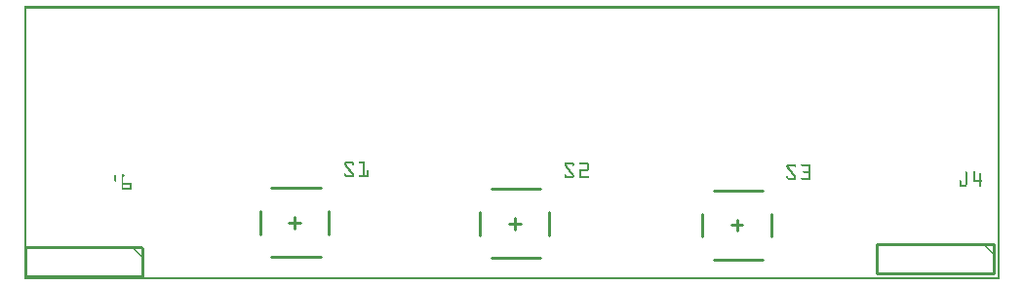
<source format=gto>
G04 MADE WITH FRITZING*
G04 WWW.FRITZING.ORG*
G04 DOUBLE SIDED*
G04 HOLES PLATED*
G04 CONTOUR ON CENTER OF CONTOUR VECTOR*
%ASAXBY*%
%FSLAX23Y23*%
%MOIN*%
%OFA0B0*%
%SFA1.0B1.0*%
%ADD10C,0.010000*%
%ADD11R,0.001000X0.001000*%
%LNSILK1*%
G90*
G70*
G54D10*
X404Y9D02*
X404Y109D01*
D02*
X3314Y120D02*
X2914Y120D01*
D02*
X2914Y120D02*
X2914Y20D01*
D02*
X2914Y20D02*
X3314Y20D01*
D02*
X3314Y20D02*
X3314Y120D01*
D02*
X2553Y226D02*
X2553Y147D01*
D02*
X2356Y305D02*
X2523Y305D01*
D02*
X2356Y69D02*
X2523Y69D01*
D02*
X2317Y226D02*
X2317Y147D01*
D02*
X2435Y206D02*
X2435Y167D01*
D02*
X2454Y187D02*
X2415Y187D01*
D02*
X1794Y232D02*
X1794Y153D01*
D02*
X1597Y311D02*
X1764Y311D01*
D02*
X1597Y74D02*
X1764Y74D01*
D02*
X1557Y232D02*
X1557Y153D01*
D02*
X1676Y212D02*
X1676Y173D01*
D02*
X1695Y193D02*
X1656Y193D01*
D02*
X1041Y235D02*
X1041Y156D01*
D02*
X844Y314D02*
X1012Y314D01*
D02*
X844Y77D02*
X1012Y77D01*
D02*
X805Y235D02*
X805Y156D01*
D02*
X923Y215D02*
X923Y176D01*
D02*
X943Y195D02*
X903Y195D01*
G54D11*
X0Y936D02*
X3332Y936D01*
X0Y935D02*
X3332Y935D01*
X0Y934D02*
X3332Y934D01*
X0Y933D02*
X3332Y933D01*
X0Y932D02*
X3332Y932D01*
X0Y931D02*
X3332Y931D01*
X0Y930D02*
X3332Y930D01*
X0Y929D02*
X3332Y929D01*
X0Y928D02*
X7Y928D01*
X3325Y928D02*
X3332Y928D01*
X0Y927D02*
X7Y927D01*
X3325Y927D02*
X3332Y927D01*
X0Y926D02*
X7Y926D01*
X3325Y926D02*
X3332Y926D01*
X0Y925D02*
X7Y925D01*
X3325Y925D02*
X3332Y925D01*
X0Y924D02*
X7Y924D01*
X3325Y924D02*
X3332Y924D01*
X0Y923D02*
X7Y923D01*
X3325Y923D02*
X3332Y923D01*
X0Y922D02*
X7Y922D01*
X3325Y922D02*
X3332Y922D01*
X0Y921D02*
X7Y921D01*
X3325Y921D02*
X3332Y921D01*
X0Y920D02*
X7Y920D01*
X3325Y920D02*
X3332Y920D01*
X0Y919D02*
X7Y919D01*
X3325Y919D02*
X3332Y919D01*
X0Y918D02*
X7Y918D01*
X3325Y918D02*
X3332Y918D01*
X0Y917D02*
X7Y917D01*
X3325Y917D02*
X3332Y917D01*
X0Y916D02*
X7Y916D01*
X3325Y916D02*
X3332Y916D01*
X0Y915D02*
X7Y915D01*
X3325Y915D02*
X3332Y915D01*
X0Y914D02*
X7Y914D01*
X3325Y914D02*
X3332Y914D01*
X0Y913D02*
X7Y913D01*
X3325Y913D02*
X3332Y913D01*
X0Y912D02*
X7Y912D01*
X3325Y912D02*
X3332Y912D01*
X0Y911D02*
X7Y911D01*
X3325Y911D02*
X3332Y911D01*
X0Y910D02*
X7Y910D01*
X3325Y910D02*
X3332Y910D01*
X0Y909D02*
X7Y909D01*
X3325Y909D02*
X3332Y909D01*
X0Y908D02*
X7Y908D01*
X3325Y908D02*
X3332Y908D01*
X0Y907D02*
X7Y907D01*
X3325Y907D02*
X3332Y907D01*
X0Y906D02*
X7Y906D01*
X3325Y906D02*
X3332Y906D01*
X0Y905D02*
X7Y905D01*
X3325Y905D02*
X3332Y905D01*
X0Y904D02*
X7Y904D01*
X3325Y904D02*
X3332Y904D01*
X0Y903D02*
X7Y903D01*
X3325Y903D02*
X3332Y903D01*
X0Y902D02*
X7Y902D01*
X3325Y902D02*
X3332Y902D01*
X0Y901D02*
X7Y901D01*
X3325Y901D02*
X3332Y901D01*
X0Y900D02*
X7Y900D01*
X3325Y900D02*
X3332Y900D01*
X0Y899D02*
X7Y899D01*
X3325Y899D02*
X3332Y899D01*
X0Y898D02*
X7Y898D01*
X3325Y898D02*
X3332Y898D01*
X0Y897D02*
X7Y897D01*
X3325Y897D02*
X3332Y897D01*
X0Y896D02*
X7Y896D01*
X3325Y896D02*
X3332Y896D01*
X0Y895D02*
X7Y895D01*
X3325Y895D02*
X3332Y895D01*
X0Y894D02*
X7Y894D01*
X3325Y894D02*
X3332Y894D01*
X0Y893D02*
X7Y893D01*
X3325Y893D02*
X3332Y893D01*
X0Y892D02*
X7Y892D01*
X3325Y892D02*
X3332Y892D01*
X0Y891D02*
X7Y891D01*
X3325Y891D02*
X3332Y891D01*
X0Y890D02*
X7Y890D01*
X3325Y890D02*
X3332Y890D01*
X0Y889D02*
X7Y889D01*
X3325Y889D02*
X3332Y889D01*
X0Y888D02*
X7Y888D01*
X3325Y888D02*
X3332Y888D01*
X0Y887D02*
X7Y887D01*
X3325Y887D02*
X3332Y887D01*
X0Y886D02*
X7Y886D01*
X3325Y886D02*
X3332Y886D01*
X0Y885D02*
X7Y885D01*
X3325Y885D02*
X3332Y885D01*
X0Y884D02*
X7Y884D01*
X3325Y884D02*
X3332Y884D01*
X0Y883D02*
X7Y883D01*
X3325Y883D02*
X3332Y883D01*
X0Y882D02*
X7Y882D01*
X3325Y882D02*
X3332Y882D01*
X0Y881D02*
X7Y881D01*
X3325Y881D02*
X3332Y881D01*
X0Y880D02*
X7Y880D01*
X3325Y880D02*
X3332Y880D01*
X0Y879D02*
X7Y879D01*
X3325Y879D02*
X3332Y879D01*
X0Y878D02*
X7Y878D01*
X3325Y878D02*
X3332Y878D01*
X0Y877D02*
X7Y877D01*
X3325Y877D02*
X3332Y877D01*
X0Y876D02*
X7Y876D01*
X3325Y876D02*
X3332Y876D01*
X0Y875D02*
X7Y875D01*
X3325Y875D02*
X3332Y875D01*
X0Y874D02*
X7Y874D01*
X3325Y874D02*
X3332Y874D01*
X0Y873D02*
X7Y873D01*
X3325Y873D02*
X3332Y873D01*
X0Y872D02*
X7Y872D01*
X3325Y872D02*
X3332Y872D01*
X0Y871D02*
X7Y871D01*
X3325Y871D02*
X3332Y871D01*
X0Y870D02*
X7Y870D01*
X3325Y870D02*
X3332Y870D01*
X0Y869D02*
X7Y869D01*
X3325Y869D02*
X3332Y869D01*
X0Y868D02*
X7Y868D01*
X3325Y868D02*
X3332Y868D01*
X0Y867D02*
X7Y867D01*
X3325Y867D02*
X3332Y867D01*
X0Y866D02*
X7Y866D01*
X3325Y866D02*
X3332Y866D01*
X0Y865D02*
X7Y865D01*
X3325Y865D02*
X3332Y865D01*
X0Y864D02*
X7Y864D01*
X3325Y864D02*
X3332Y864D01*
X0Y863D02*
X7Y863D01*
X3325Y863D02*
X3332Y863D01*
X0Y862D02*
X7Y862D01*
X3325Y862D02*
X3332Y862D01*
X0Y861D02*
X7Y861D01*
X3325Y861D02*
X3332Y861D01*
X0Y860D02*
X7Y860D01*
X3325Y860D02*
X3332Y860D01*
X0Y859D02*
X7Y859D01*
X3325Y859D02*
X3332Y859D01*
X0Y858D02*
X7Y858D01*
X3325Y858D02*
X3332Y858D01*
X0Y857D02*
X7Y857D01*
X3325Y857D02*
X3332Y857D01*
X0Y856D02*
X7Y856D01*
X3325Y856D02*
X3332Y856D01*
X0Y855D02*
X7Y855D01*
X3325Y855D02*
X3332Y855D01*
X0Y854D02*
X7Y854D01*
X3325Y854D02*
X3332Y854D01*
X0Y853D02*
X7Y853D01*
X3325Y853D02*
X3332Y853D01*
X0Y852D02*
X7Y852D01*
X3325Y852D02*
X3332Y852D01*
X0Y851D02*
X7Y851D01*
X3325Y851D02*
X3332Y851D01*
X0Y850D02*
X7Y850D01*
X3325Y850D02*
X3332Y850D01*
X0Y849D02*
X7Y849D01*
X3325Y849D02*
X3332Y849D01*
X0Y848D02*
X7Y848D01*
X3325Y848D02*
X3332Y848D01*
X0Y847D02*
X7Y847D01*
X3325Y847D02*
X3332Y847D01*
X0Y846D02*
X7Y846D01*
X3325Y846D02*
X3332Y846D01*
X0Y845D02*
X7Y845D01*
X3325Y845D02*
X3332Y845D01*
X0Y844D02*
X7Y844D01*
X3325Y844D02*
X3332Y844D01*
X0Y843D02*
X7Y843D01*
X3325Y843D02*
X3332Y843D01*
X0Y842D02*
X7Y842D01*
X3325Y842D02*
X3332Y842D01*
X0Y841D02*
X7Y841D01*
X3325Y841D02*
X3332Y841D01*
X0Y840D02*
X7Y840D01*
X3325Y840D02*
X3332Y840D01*
X0Y839D02*
X7Y839D01*
X3325Y839D02*
X3332Y839D01*
X0Y838D02*
X7Y838D01*
X3325Y838D02*
X3332Y838D01*
X0Y837D02*
X7Y837D01*
X3325Y837D02*
X3332Y837D01*
X0Y836D02*
X7Y836D01*
X3325Y836D02*
X3332Y836D01*
X0Y835D02*
X7Y835D01*
X3325Y835D02*
X3332Y835D01*
X0Y834D02*
X7Y834D01*
X3325Y834D02*
X3332Y834D01*
X0Y833D02*
X7Y833D01*
X3325Y833D02*
X3332Y833D01*
X0Y832D02*
X7Y832D01*
X3325Y832D02*
X3332Y832D01*
X0Y831D02*
X7Y831D01*
X3325Y831D02*
X3332Y831D01*
X0Y830D02*
X7Y830D01*
X3325Y830D02*
X3332Y830D01*
X0Y829D02*
X7Y829D01*
X3325Y829D02*
X3332Y829D01*
X0Y828D02*
X7Y828D01*
X3325Y828D02*
X3332Y828D01*
X0Y827D02*
X7Y827D01*
X3325Y827D02*
X3332Y827D01*
X0Y826D02*
X7Y826D01*
X3325Y826D02*
X3332Y826D01*
X0Y825D02*
X7Y825D01*
X3325Y825D02*
X3332Y825D01*
X0Y824D02*
X7Y824D01*
X3325Y824D02*
X3332Y824D01*
X0Y823D02*
X7Y823D01*
X3325Y823D02*
X3332Y823D01*
X0Y822D02*
X7Y822D01*
X3325Y822D02*
X3332Y822D01*
X0Y821D02*
X7Y821D01*
X3325Y821D02*
X3332Y821D01*
X0Y820D02*
X7Y820D01*
X3325Y820D02*
X3332Y820D01*
X0Y819D02*
X7Y819D01*
X3325Y819D02*
X3332Y819D01*
X0Y818D02*
X7Y818D01*
X3325Y818D02*
X3332Y818D01*
X0Y817D02*
X7Y817D01*
X3325Y817D02*
X3332Y817D01*
X0Y816D02*
X7Y816D01*
X3325Y816D02*
X3332Y816D01*
X0Y815D02*
X7Y815D01*
X3325Y815D02*
X3332Y815D01*
X0Y814D02*
X7Y814D01*
X3325Y814D02*
X3332Y814D01*
X0Y813D02*
X7Y813D01*
X3325Y813D02*
X3332Y813D01*
X0Y812D02*
X7Y812D01*
X3325Y812D02*
X3332Y812D01*
X0Y811D02*
X7Y811D01*
X3325Y811D02*
X3332Y811D01*
X0Y810D02*
X7Y810D01*
X3325Y810D02*
X3332Y810D01*
X0Y809D02*
X7Y809D01*
X3325Y809D02*
X3332Y809D01*
X0Y808D02*
X7Y808D01*
X3325Y808D02*
X3332Y808D01*
X0Y807D02*
X7Y807D01*
X3325Y807D02*
X3332Y807D01*
X0Y806D02*
X7Y806D01*
X3325Y806D02*
X3332Y806D01*
X0Y805D02*
X7Y805D01*
X3325Y805D02*
X3332Y805D01*
X0Y804D02*
X7Y804D01*
X3325Y804D02*
X3332Y804D01*
X0Y803D02*
X7Y803D01*
X3325Y803D02*
X3332Y803D01*
X0Y802D02*
X7Y802D01*
X3325Y802D02*
X3332Y802D01*
X0Y801D02*
X7Y801D01*
X3325Y801D02*
X3332Y801D01*
X0Y800D02*
X7Y800D01*
X3325Y800D02*
X3332Y800D01*
X0Y799D02*
X7Y799D01*
X3325Y799D02*
X3332Y799D01*
X0Y798D02*
X7Y798D01*
X3325Y798D02*
X3332Y798D01*
X0Y797D02*
X7Y797D01*
X3325Y797D02*
X3332Y797D01*
X0Y796D02*
X7Y796D01*
X3325Y796D02*
X3332Y796D01*
X0Y795D02*
X7Y795D01*
X3325Y795D02*
X3332Y795D01*
X0Y794D02*
X7Y794D01*
X3325Y794D02*
X3332Y794D01*
X0Y793D02*
X7Y793D01*
X3325Y793D02*
X3332Y793D01*
X0Y792D02*
X7Y792D01*
X3325Y792D02*
X3332Y792D01*
X0Y791D02*
X7Y791D01*
X3325Y791D02*
X3332Y791D01*
X0Y790D02*
X7Y790D01*
X3325Y790D02*
X3332Y790D01*
X0Y789D02*
X7Y789D01*
X3325Y789D02*
X3332Y789D01*
X0Y788D02*
X7Y788D01*
X3325Y788D02*
X3332Y788D01*
X0Y787D02*
X7Y787D01*
X3325Y787D02*
X3332Y787D01*
X0Y786D02*
X7Y786D01*
X3325Y786D02*
X3332Y786D01*
X0Y785D02*
X7Y785D01*
X3325Y785D02*
X3332Y785D01*
X0Y784D02*
X7Y784D01*
X3325Y784D02*
X3332Y784D01*
X0Y783D02*
X7Y783D01*
X3325Y783D02*
X3332Y783D01*
X0Y782D02*
X7Y782D01*
X3325Y782D02*
X3332Y782D01*
X0Y781D02*
X7Y781D01*
X3325Y781D02*
X3332Y781D01*
X0Y780D02*
X7Y780D01*
X3325Y780D02*
X3332Y780D01*
X0Y779D02*
X7Y779D01*
X3325Y779D02*
X3332Y779D01*
X0Y778D02*
X7Y778D01*
X3325Y778D02*
X3332Y778D01*
X0Y777D02*
X7Y777D01*
X3325Y777D02*
X3332Y777D01*
X0Y776D02*
X7Y776D01*
X3325Y776D02*
X3332Y776D01*
X0Y775D02*
X7Y775D01*
X3325Y775D02*
X3332Y775D01*
X0Y774D02*
X7Y774D01*
X3325Y774D02*
X3332Y774D01*
X0Y773D02*
X7Y773D01*
X3325Y773D02*
X3332Y773D01*
X0Y772D02*
X7Y772D01*
X3325Y772D02*
X3332Y772D01*
X0Y771D02*
X7Y771D01*
X3325Y771D02*
X3332Y771D01*
X0Y770D02*
X7Y770D01*
X3325Y770D02*
X3332Y770D01*
X0Y769D02*
X7Y769D01*
X3325Y769D02*
X3332Y769D01*
X0Y768D02*
X7Y768D01*
X3325Y768D02*
X3332Y768D01*
X0Y767D02*
X7Y767D01*
X3325Y767D02*
X3332Y767D01*
X0Y766D02*
X7Y766D01*
X3325Y766D02*
X3332Y766D01*
X0Y765D02*
X7Y765D01*
X3325Y765D02*
X3332Y765D01*
X0Y764D02*
X7Y764D01*
X3325Y764D02*
X3332Y764D01*
X0Y763D02*
X7Y763D01*
X3325Y763D02*
X3332Y763D01*
X0Y762D02*
X7Y762D01*
X3325Y762D02*
X3332Y762D01*
X0Y761D02*
X7Y761D01*
X3325Y761D02*
X3332Y761D01*
X0Y760D02*
X7Y760D01*
X3325Y760D02*
X3332Y760D01*
X0Y759D02*
X7Y759D01*
X3325Y759D02*
X3332Y759D01*
X0Y758D02*
X7Y758D01*
X3325Y758D02*
X3332Y758D01*
X0Y757D02*
X7Y757D01*
X3325Y757D02*
X3332Y757D01*
X0Y756D02*
X7Y756D01*
X3325Y756D02*
X3332Y756D01*
X0Y755D02*
X7Y755D01*
X3325Y755D02*
X3332Y755D01*
X0Y754D02*
X7Y754D01*
X3325Y754D02*
X3332Y754D01*
X0Y753D02*
X7Y753D01*
X3325Y753D02*
X3332Y753D01*
X0Y752D02*
X7Y752D01*
X3325Y752D02*
X3332Y752D01*
X0Y751D02*
X7Y751D01*
X3325Y751D02*
X3332Y751D01*
X0Y750D02*
X7Y750D01*
X3325Y750D02*
X3332Y750D01*
X0Y749D02*
X7Y749D01*
X3325Y749D02*
X3332Y749D01*
X0Y748D02*
X7Y748D01*
X3325Y748D02*
X3332Y748D01*
X0Y747D02*
X7Y747D01*
X3325Y747D02*
X3332Y747D01*
X0Y746D02*
X7Y746D01*
X3325Y746D02*
X3332Y746D01*
X0Y745D02*
X7Y745D01*
X3325Y745D02*
X3332Y745D01*
X0Y744D02*
X7Y744D01*
X3325Y744D02*
X3332Y744D01*
X0Y743D02*
X7Y743D01*
X3325Y743D02*
X3332Y743D01*
X0Y742D02*
X7Y742D01*
X3325Y742D02*
X3332Y742D01*
X0Y741D02*
X7Y741D01*
X3325Y741D02*
X3332Y741D01*
X0Y740D02*
X7Y740D01*
X3325Y740D02*
X3332Y740D01*
X0Y739D02*
X7Y739D01*
X3325Y739D02*
X3332Y739D01*
X0Y738D02*
X7Y738D01*
X3325Y738D02*
X3332Y738D01*
X0Y737D02*
X7Y737D01*
X3325Y737D02*
X3332Y737D01*
X0Y736D02*
X7Y736D01*
X3325Y736D02*
X3332Y736D01*
X0Y735D02*
X7Y735D01*
X3325Y735D02*
X3332Y735D01*
X0Y734D02*
X7Y734D01*
X3325Y734D02*
X3332Y734D01*
X0Y733D02*
X7Y733D01*
X3325Y733D02*
X3332Y733D01*
X0Y732D02*
X7Y732D01*
X3325Y732D02*
X3332Y732D01*
X0Y731D02*
X7Y731D01*
X3325Y731D02*
X3332Y731D01*
X0Y730D02*
X7Y730D01*
X3325Y730D02*
X3332Y730D01*
X0Y729D02*
X7Y729D01*
X3325Y729D02*
X3332Y729D01*
X0Y728D02*
X7Y728D01*
X3325Y728D02*
X3332Y728D01*
X0Y727D02*
X7Y727D01*
X3325Y727D02*
X3332Y727D01*
X0Y726D02*
X7Y726D01*
X3325Y726D02*
X3332Y726D01*
X0Y725D02*
X7Y725D01*
X3325Y725D02*
X3332Y725D01*
X0Y724D02*
X7Y724D01*
X3325Y724D02*
X3332Y724D01*
X0Y723D02*
X7Y723D01*
X3325Y723D02*
X3332Y723D01*
X0Y722D02*
X7Y722D01*
X3325Y722D02*
X3332Y722D01*
X0Y721D02*
X7Y721D01*
X3325Y721D02*
X3332Y721D01*
X0Y720D02*
X7Y720D01*
X3325Y720D02*
X3332Y720D01*
X0Y719D02*
X7Y719D01*
X3325Y719D02*
X3332Y719D01*
X0Y718D02*
X7Y718D01*
X3325Y718D02*
X3332Y718D01*
X0Y717D02*
X7Y717D01*
X3325Y717D02*
X3332Y717D01*
X0Y716D02*
X7Y716D01*
X3325Y716D02*
X3332Y716D01*
X0Y715D02*
X7Y715D01*
X3325Y715D02*
X3332Y715D01*
X0Y714D02*
X7Y714D01*
X3325Y714D02*
X3332Y714D01*
X0Y713D02*
X7Y713D01*
X3325Y713D02*
X3332Y713D01*
X0Y712D02*
X7Y712D01*
X3325Y712D02*
X3332Y712D01*
X0Y711D02*
X7Y711D01*
X3325Y711D02*
X3332Y711D01*
X0Y710D02*
X7Y710D01*
X3325Y710D02*
X3332Y710D01*
X0Y709D02*
X7Y709D01*
X3325Y709D02*
X3332Y709D01*
X0Y708D02*
X7Y708D01*
X3325Y708D02*
X3332Y708D01*
X0Y707D02*
X7Y707D01*
X3325Y707D02*
X3332Y707D01*
X0Y706D02*
X7Y706D01*
X3325Y706D02*
X3332Y706D01*
X0Y705D02*
X7Y705D01*
X3325Y705D02*
X3332Y705D01*
X0Y704D02*
X7Y704D01*
X3325Y704D02*
X3332Y704D01*
X0Y703D02*
X7Y703D01*
X3325Y703D02*
X3332Y703D01*
X0Y702D02*
X7Y702D01*
X3325Y702D02*
X3332Y702D01*
X0Y701D02*
X7Y701D01*
X3325Y701D02*
X3332Y701D01*
X0Y700D02*
X7Y700D01*
X3325Y700D02*
X3332Y700D01*
X0Y699D02*
X7Y699D01*
X3325Y699D02*
X3332Y699D01*
X0Y698D02*
X7Y698D01*
X3325Y698D02*
X3332Y698D01*
X0Y697D02*
X7Y697D01*
X3325Y697D02*
X3332Y697D01*
X0Y696D02*
X7Y696D01*
X3325Y696D02*
X3332Y696D01*
X0Y695D02*
X7Y695D01*
X3325Y695D02*
X3332Y695D01*
X0Y694D02*
X7Y694D01*
X3325Y694D02*
X3332Y694D01*
X0Y693D02*
X7Y693D01*
X3325Y693D02*
X3332Y693D01*
X0Y692D02*
X7Y692D01*
X3325Y692D02*
X3332Y692D01*
X0Y691D02*
X7Y691D01*
X3325Y691D02*
X3332Y691D01*
X0Y690D02*
X7Y690D01*
X3325Y690D02*
X3332Y690D01*
X0Y689D02*
X7Y689D01*
X3325Y689D02*
X3332Y689D01*
X0Y688D02*
X7Y688D01*
X3325Y688D02*
X3332Y688D01*
X0Y687D02*
X7Y687D01*
X3325Y687D02*
X3332Y687D01*
X0Y686D02*
X7Y686D01*
X3325Y686D02*
X3332Y686D01*
X0Y685D02*
X7Y685D01*
X3325Y685D02*
X3332Y685D01*
X0Y684D02*
X7Y684D01*
X3325Y684D02*
X3332Y684D01*
X0Y683D02*
X7Y683D01*
X3325Y683D02*
X3332Y683D01*
X0Y682D02*
X7Y682D01*
X3325Y682D02*
X3332Y682D01*
X0Y681D02*
X7Y681D01*
X3325Y681D02*
X3332Y681D01*
X0Y680D02*
X7Y680D01*
X3325Y680D02*
X3332Y680D01*
X0Y679D02*
X7Y679D01*
X3325Y679D02*
X3332Y679D01*
X0Y678D02*
X7Y678D01*
X3325Y678D02*
X3332Y678D01*
X0Y677D02*
X7Y677D01*
X3325Y677D02*
X3332Y677D01*
X0Y676D02*
X7Y676D01*
X3325Y676D02*
X3332Y676D01*
X0Y675D02*
X7Y675D01*
X3325Y675D02*
X3332Y675D01*
X0Y674D02*
X7Y674D01*
X3325Y674D02*
X3332Y674D01*
X0Y673D02*
X7Y673D01*
X3325Y673D02*
X3332Y673D01*
X0Y672D02*
X7Y672D01*
X3325Y672D02*
X3332Y672D01*
X0Y671D02*
X7Y671D01*
X3325Y671D02*
X3332Y671D01*
X0Y670D02*
X7Y670D01*
X3325Y670D02*
X3332Y670D01*
X0Y669D02*
X7Y669D01*
X3325Y669D02*
X3332Y669D01*
X0Y668D02*
X7Y668D01*
X3325Y668D02*
X3332Y668D01*
X0Y667D02*
X7Y667D01*
X3325Y667D02*
X3332Y667D01*
X0Y666D02*
X7Y666D01*
X3325Y666D02*
X3332Y666D01*
X0Y665D02*
X7Y665D01*
X3325Y665D02*
X3332Y665D01*
X0Y664D02*
X7Y664D01*
X3325Y664D02*
X3332Y664D01*
X0Y663D02*
X7Y663D01*
X3325Y663D02*
X3332Y663D01*
X0Y662D02*
X7Y662D01*
X3325Y662D02*
X3332Y662D01*
X0Y661D02*
X7Y661D01*
X3325Y661D02*
X3332Y661D01*
X0Y660D02*
X7Y660D01*
X3325Y660D02*
X3332Y660D01*
X0Y659D02*
X7Y659D01*
X3325Y659D02*
X3332Y659D01*
X0Y658D02*
X7Y658D01*
X3325Y658D02*
X3332Y658D01*
X0Y657D02*
X7Y657D01*
X3325Y657D02*
X3332Y657D01*
X0Y656D02*
X7Y656D01*
X3325Y656D02*
X3332Y656D01*
X0Y655D02*
X7Y655D01*
X3325Y655D02*
X3332Y655D01*
X0Y654D02*
X7Y654D01*
X3325Y654D02*
X3332Y654D01*
X0Y653D02*
X7Y653D01*
X3325Y653D02*
X3332Y653D01*
X0Y652D02*
X7Y652D01*
X3325Y652D02*
X3332Y652D01*
X0Y651D02*
X7Y651D01*
X3325Y651D02*
X3332Y651D01*
X0Y650D02*
X7Y650D01*
X3325Y650D02*
X3332Y650D01*
X0Y649D02*
X7Y649D01*
X3325Y649D02*
X3332Y649D01*
X0Y648D02*
X7Y648D01*
X3325Y648D02*
X3332Y648D01*
X0Y647D02*
X7Y647D01*
X3325Y647D02*
X3332Y647D01*
X0Y646D02*
X7Y646D01*
X3325Y646D02*
X3332Y646D01*
X0Y645D02*
X7Y645D01*
X3325Y645D02*
X3332Y645D01*
X0Y644D02*
X7Y644D01*
X3325Y644D02*
X3332Y644D01*
X0Y643D02*
X7Y643D01*
X3325Y643D02*
X3332Y643D01*
X0Y642D02*
X7Y642D01*
X3325Y642D02*
X3332Y642D01*
X0Y641D02*
X7Y641D01*
X3325Y641D02*
X3332Y641D01*
X0Y640D02*
X7Y640D01*
X3325Y640D02*
X3332Y640D01*
X0Y639D02*
X7Y639D01*
X3325Y639D02*
X3332Y639D01*
X0Y638D02*
X7Y638D01*
X3325Y638D02*
X3332Y638D01*
X0Y637D02*
X7Y637D01*
X3325Y637D02*
X3332Y637D01*
X0Y636D02*
X7Y636D01*
X3325Y636D02*
X3332Y636D01*
X0Y635D02*
X7Y635D01*
X3325Y635D02*
X3332Y635D01*
X0Y634D02*
X7Y634D01*
X3325Y634D02*
X3332Y634D01*
X0Y633D02*
X7Y633D01*
X3325Y633D02*
X3332Y633D01*
X0Y632D02*
X7Y632D01*
X3325Y632D02*
X3332Y632D01*
X0Y631D02*
X7Y631D01*
X3325Y631D02*
X3332Y631D01*
X0Y630D02*
X7Y630D01*
X3325Y630D02*
X3332Y630D01*
X0Y629D02*
X7Y629D01*
X3325Y629D02*
X3332Y629D01*
X0Y628D02*
X7Y628D01*
X3325Y628D02*
X3332Y628D01*
X0Y627D02*
X7Y627D01*
X3325Y627D02*
X3332Y627D01*
X0Y626D02*
X7Y626D01*
X3325Y626D02*
X3332Y626D01*
X0Y625D02*
X7Y625D01*
X3325Y625D02*
X3332Y625D01*
X0Y624D02*
X7Y624D01*
X3325Y624D02*
X3332Y624D01*
X0Y623D02*
X7Y623D01*
X3325Y623D02*
X3332Y623D01*
X0Y622D02*
X7Y622D01*
X3325Y622D02*
X3332Y622D01*
X0Y621D02*
X7Y621D01*
X3325Y621D02*
X3332Y621D01*
X0Y620D02*
X7Y620D01*
X3325Y620D02*
X3332Y620D01*
X0Y619D02*
X7Y619D01*
X3325Y619D02*
X3332Y619D01*
X0Y618D02*
X7Y618D01*
X3325Y618D02*
X3332Y618D01*
X0Y617D02*
X7Y617D01*
X3325Y617D02*
X3332Y617D01*
X0Y616D02*
X7Y616D01*
X3325Y616D02*
X3332Y616D01*
X0Y615D02*
X7Y615D01*
X3325Y615D02*
X3332Y615D01*
X0Y614D02*
X7Y614D01*
X3325Y614D02*
X3332Y614D01*
X0Y613D02*
X7Y613D01*
X3325Y613D02*
X3332Y613D01*
X0Y612D02*
X7Y612D01*
X3325Y612D02*
X3332Y612D01*
X0Y611D02*
X7Y611D01*
X3325Y611D02*
X3332Y611D01*
X0Y610D02*
X7Y610D01*
X3325Y610D02*
X3332Y610D01*
X0Y609D02*
X7Y609D01*
X3325Y609D02*
X3332Y609D01*
X0Y608D02*
X7Y608D01*
X3325Y608D02*
X3332Y608D01*
X0Y607D02*
X7Y607D01*
X3325Y607D02*
X3332Y607D01*
X0Y606D02*
X7Y606D01*
X3325Y606D02*
X3332Y606D01*
X0Y605D02*
X7Y605D01*
X3325Y605D02*
X3332Y605D01*
X0Y604D02*
X7Y604D01*
X3325Y604D02*
X3332Y604D01*
X0Y603D02*
X7Y603D01*
X3325Y603D02*
X3332Y603D01*
X0Y602D02*
X7Y602D01*
X3325Y602D02*
X3332Y602D01*
X0Y601D02*
X7Y601D01*
X3325Y601D02*
X3332Y601D01*
X0Y600D02*
X7Y600D01*
X3325Y600D02*
X3332Y600D01*
X0Y599D02*
X7Y599D01*
X3325Y599D02*
X3332Y599D01*
X0Y598D02*
X7Y598D01*
X3325Y598D02*
X3332Y598D01*
X0Y597D02*
X7Y597D01*
X3325Y597D02*
X3332Y597D01*
X0Y596D02*
X7Y596D01*
X3325Y596D02*
X3332Y596D01*
X0Y595D02*
X7Y595D01*
X3325Y595D02*
X3332Y595D01*
X0Y594D02*
X7Y594D01*
X3325Y594D02*
X3332Y594D01*
X0Y593D02*
X7Y593D01*
X3325Y593D02*
X3332Y593D01*
X0Y592D02*
X7Y592D01*
X3325Y592D02*
X3332Y592D01*
X0Y591D02*
X7Y591D01*
X3325Y591D02*
X3332Y591D01*
X0Y590D02*
X7Y590D01*
X3325Y590D02*
X3332Y590D01*
X0Y589D02*
X7Y589D01*
X3325Y589D02*
X3332Y589D01*
X0Y588D02*
X7Y588D01*
X3325Y588D02*
X3332Y588D01*
X0Y587D02*
X7Y587D01*
X3325Y587D02*
X3332Y587D01*
X0Y586D02*
X7Y586D01*
X3325Y586D02*
X3332Y586D01*
X0Y585D02*
X7Y585D01*
X3325Y585D02*
X3332Y585D01*
X0Y584D02*
X7Y584D01*
X3325Y584D02*
X3332Y584D01*
X0Y583D02*
X7Y583D01*
X3325Y583D02*
X3332Y583D01*
X0Y582D02*
X7Y582D01*
X3325Y582D02*
X3332Y582D01*
X0Y581D02*
X7Y581D01*
X3325Y581D02*
X3332Y581D01*
X0Y580D02*
X7Y580D01*
X3325Y580D02*
X3332Y580D01*
X0Y579D02*
X7Y579D01*
X3325Y579D02*
X3332Y579D01*
X0Y578D02*
X7Y578D01*
X3325Y578D02*
X3332Y578D01*
X0Y577D02*
X7Y577D01*
X3325Y577D02*
X3332Y577D01*
X0Y576D02*
X7Y576D01*
X3325Y576D02*
X3332Y576D01*
X0Y575D02*
X7Y575D01*
X3325Y575D02*
X3332Y575D01*
X0Y574D02*
X7Y574D01*
X3325Y574D02*
X3332Y574D01*
X0Y573D02*
X7Y573D01*
X3325Y573D02*
X3332Y573D01*
X0Y572D02*
X7Y572D01*
X3325Y572D02*
X3332Y572D01*
X0Y571D02*
X7Y571D01*
X3325Y571D02*
X3332Y571D01*
X0Y570D02*
X7Y570D01*
X3325Y570D02*
X3332Y570D01*
X0Y569D02*
X7Y569D01*
X3325Y569D02*
X3332Y569D01*
X0Y568D02*
X7Y568D01*
X3325Y568D02*
X3332Y568D01*
X0Y567D02*
X7Y567D01*
X3325Y567D02*
X3332Y567D01*
X0Y566D02*
X7Y566D01*
X3325Y566D02*
X3332Y566D01*
X0Y565D02*
X7Y565D01*
X3325Y565D02*
X3332Y565D01*
X0Y564D02*
X7Y564D01*
X3325Y564D02*
X3332Y564D01*
X0Y563D02*
X7Y563D01*
X3325Y563D02*
X3332Y563D01*
X0Y562D02*
X7Y562D01*
X3325Y562D02*
X3332Y562D01*
X0Y561D02*
X7Y561D01*
X3325Y561D02*
X3332Y561D01*
X0Y560D02*
X7Y560D01*
X3325Y560D02*
X3332Y560D01*
X0Y559D02*
X7Y559D01*
X3325Y559D02*
X3332Y559D01*
X0Y558D02*
X7Y558D01*
X3325Y558D02*
X3332Y558D01*
X0Y557D02*
X7Y557D01*
X3325Y557D02*
X3332Y557D01*
X0Y556D02*
X7Y556D01*
X3325Y556D02*
X3332Y556D01*
X0Y555D02*
X7Y555D01*
X3325Y555D02*
X3332Y555D01*
X0Y554D02*
X7Y554D01*
X3325Y554D02*
X3332Y554D01*
X0Y553D02*
X7Y553D01*
X3325Y553D02*
X3332Y553D01*
X0Y552D02*
X7Y552D01*
X3325Y552D02*
X3332Y552D01*
X0Y551D02*
X7Y551D01*
X3325Y551D02*
X3332Y551D01*
X0Y550D02*
X7Y550D01*
X3325Y550D02*
X3332Y550D01*
X0Y549D02*
X7Y549D01*
X3325Y549D02*
X3332Y549D01*
X0Y548D02*
X7Y548D01*
X3325Y548D02*
X3332Y548D01*
X0Y547D02*
X7Y547D01*
X3325Y547D02*
X3332Y547D01*
X0Y546D02*
X7Y546D01*
X3325Y546D02*
X3332Y546D01*
X0Y545D02*
X7Y545D01*
X3325Y545D02*
X3332Y545D01*
X0Y544D02*
X7Y544D01*
X3325Y544D02*
X3332Y544D01*
X0Y543D02*
X7Y543D01*
X3325Y543D02*
X3332Y543D01*
X0Y542D02*
X7Y542D01*
X3325Y542D02*
X3332Y542D01*
X0Y541D02*
X7Y541D01*
X3325Y541D02*
X3332Y541D01*
X0Y540D02*
X7Y540D01*
X3325Y540D02*
X3332Y540D01*
X0Y539D02*
X7Y539D01*
X3325Y539D02*
X3332Y539D01*
X0Y538D02*
X7Y538D01*
X3325Y538D02*
X3332Y538D01*
X0Y537D02*
X7Y537D01*
X3325Y537D02*
X3332Y537D01*
X0Y536D02*
X7Y536D01*
X3325Y536D02*
X3332Y536D01*
X0Y535D02*
X7Y535D01*
X3325Y535D02*
X3332Y535D01*
X0Y534D02*
X7Y534D01*
X3325Y534D02*
X3332Y534D01*
X0Y533D02*
X7Y533D01*
X3325Y533D02*
X3332Y533D01*
X0Y532D02*
X7Y532D01*
X3325Y532D02*
X3332Y532D01*
X0Y531D02*
X7Y531D01*
X3325Y531D02*
X3332Y531D01*
X0Y530D02*
X7Y530D01*
X3325Y530D02*
X3332Y530D01*
X0Y529D02*
X7Y529D01*
X3325Y529D02*
X3332Y529D01*
X0Y528D02*
X7Y528D01*
X3325Y528D02*
X3332Y528D01*
X0Y527D02*
X7Y527D01*
X3325Y527D02*
X3332Y527D01*
X0Y526D02*
X7Y526D01*
X3325Y526D02*
X3332Y526D01*
X0Y525D02*
X7Y525D01*
X3325Y525D02*
X3332Y525D01*
X0Y524D02*
X7Y524D01*
X3325Y524D02*
X3332Y524D01*
X0Y523D02*
X7Y523D01*
X3325Y523D02*
X3332Y523D01*
X0Y522D02*
X7Y522D01*
X3325Y522D02*
X3332Y522D01*
X0Y521D02*
X7Y521D01*
X3325Y521D02*
X3332Y521D01*
X0Y520D02*
X7Y520D01*
X3325Y520D02*
X3332Y520D01*
X0Y519D02*
X7Y519D01*
X3325Y519D02*
X3332Y519D01*
X0Y518D02*
X7Y518D01*
X3325Y518D02*
X3332Y518D01*
X0Y517D02*
X7Y517D01*
X3325Y517D02*
X3332Y517D01*
X0Y516D02*
X7Y516D01*
X3325Y516D02*
X3332Y516D01*
X0Y515D02*
X7Y515D01*
X3325Y515D02*
X3332Y515D01*
X0Y514D02*
X7Y514D01*
X3325Y514D02*
X3332Y514D01*
X0Y513D02*
X7Y513D01*
X3325Y513D02*
X3332Y513D01*
X0Y512D02*
X7Y512D01*
X3325Y512D02*
X3332Y512D01*
X0Y511D02*
X7Y511D01*
X3325Y511D02*
X3332Y511D01*
X0Y510D02*
X7Y510D01*
X3325Y510D02*
X3332Y510D01*
X0Y509D02*
X7Y509D01*
X3325Y509D02*
X3332Y509D01*
X0Y508D02*
X7Y508D01*
X3325Y508D02*
X3332Y508D01*
X0Y507D02*
X7Y507D01*
X3325Y507D02*
X3332Y507D01*
X0Y506D02*
X7Y506D01*
X3325Y506D02*
X3332Y506D01*
X0Y505D02*
X7Y505D01*
X3325Y505D02*
X3332Y505D01*
X0Y504D02*
X7Y504D01*
X3325Y504D02*
X3332Y504D01*
X0Y503D02*
X7Y503D01*
X3325Y503D02*
X3332Y503D01*
X0Y502D02*
X7Y502D01*
X3325Y502D02*
X3332Y502D01*
X0Y501D02*
X7Y501D01*
X3325Y501D02*
X3332Y501D01*
X0Y500D02*
X7Y500D01*
X3325Y500D02*
X3332Y500D01*
X0Y499D02*
X7Y499D01*
X3325Y499D02*
X3332Y499D01*
X0Y498D02*
X7Y498D01*
X3325Y498D02*
X3332Y498D01*
X0Y497D02*
X7Y497D01*
X3325Y497D02*
X3332Y497D01*
X0Y496D02*
X7Y496D01*
X3325Y496D02*
X3332Y496D01*
X0Y495D02*
X7Y495D01*
X3325Y495D02*
X3332Y495D01*
X0Y494D02*
X7Y494D01*
X3325Y494D02*
X3332Y494D01*
X0Y493D02*
X7Y493D01*
X3325Y493D02*
X3332Y493D01*
X0Y492D02*
X7Y492D01*
X3325Y492D02*
X3332Y492D01*
X0Y491D02*
X7Y491D01*
X3325Y491D02*
X3332Y491D01*
X0Y490D02*
X7Y490D01*
X3325Y490D02*
X3332Y490D01*
X0Y489D02*
X7Y489D01*
X3325Y489D02*
X3332Y489D01*
X0Y488D02*
X7Y488D01*
X3325Y488D02*
X3332Y488D01*
X0Y487D02*
X7Y487D01*
X3325Y487D02*
X3332Y487D01*
X0Y486D02*
X7Y486D01*
X3325Y486D02*
X3332Y486D01*
X0Y485D02*
X7Y485D01*
X3325Y485D02*
X3332Y485D01*
X0Y484D02*
X7Y484D01*
X3325Y484D02*
X3332Y484D01*
X0Y483D02*
X7Y483D01*
X3325Y483D02*
X3332Y483D01*
X0Y482D02*
X7Y482D01*
X3325Y482D02*
X3332Y482D01*
X0Y481D02*
X7Y481D01*
X3325Y481D02*
X3332Y481D01*
X0Y480D02*
X7Y480D01*
X3325Y480D02*
X3332Y480D01*
X0Y479D02*
X7Y479D01*
X3325Y479D02*
X3332Y479D01*
X0Y478D02*
X7Y478D01*
X3325Y478D02*
X3332Y478D01*
X0Y477D02*
X7Y477D01*
X3325Y477D02*
X3332Y477D01*
X0Y476D02*
X7Y476D01*
X3325Y476D02*
X3332Y476D01*
X0Y475D02*
X7Y475D01*
X3325Y475D02*
X3332Y475D01*
X0Y474D02*
X7Y474D01*
X3325Y474D02*
X3332Y474D01*
X0Y473D02*
X7Y473D01*
X3325Y473D02*
X3332Y473D01*
X0Y472D02*
X7Y472D01*
X3325Y472D02*
X3332Y472D01*
X0Y471D02*
X7Y471D01*
X3325Y471D02*
X3332Y471D01*
X0Y470D02*
X7Y470D01*
X3325Y470D02*
X3332Y470D01*
X0Y469D02*
X7Y469D01*
X3325Y469D02*
X3332Y469D01*
X0Y468D02*
X7Y468D01*
X3325Y468D02*
X3332Y468D01*
X0Y467D02*
X7Y467D01*
X3325Y467D02*
X3332Y467D01*
X0Y466D02*
X7Y466D01*
X3325Y466D02*
X3332Y466D01*
X0Y465D02*
X7Y465D01*
X3325Y465D02*
X3332Y465D01*
X0Y464D02*
X7Y464D01*
X3325Y464D02*
X3332Y464D01*
X0Y463D02*
X7Y463D01*
X3325Y463D02*
X3332Y463D01*
X0Y462D02*
X7Y462D01*
X3325Y462D02*
X3332Y462D01*
X0Y461D02*
X7Y461D01*
X3325Y461D02*
X3332Y461D01*
X0Y460D02*
X7Y460D01*
X3325Y460D02*
X3332Y460D01*
X0Y459D02*
X7Y459D01*
X3325Y459D02*
X3332Y459D01*
X0Y458D02*
X7Y458D01*
X3325Y458D02*
X3332Y458D01*
X0Y457D02*
X7Y457D01*
X3325Y457D02*
X3332Y457D01*
X0Y456D02*
X7Y456D01*
X3325Y456D02*
X3332Y456D01*
X0Y455D02*
X7Y455D01*
X3325Y455D02*
X3332Y455D01*
X0Y454D02*
X7Y454D01*
X3325Y454D02*
X3332Y454D01*
X0Y453D02*
X7Y453D01*
X3325Y453D02*
X3332Y453D01*
X0Y452D02*
X7Y452D01*
X3325Y452D02*
X3332Y452D01*
X0Y451D02*
X7Y451D01*
X3325Y451D02*
X3332Y451D01*
X0Y450D02*
X7Y450D01*
X3325Y450D02*
X3332Y450D01*
X0Y449D02*
X7Y449D01*
X3325Y449D02*
X3332Y449D01*
X0Y448D02*
X7Y448D01*
X3325Y448D02*
X3332Y448D01*
X0Y447D02*
X7Y447D01*
X3325Y447D02*
X3332Y447D01*
X0Y446D02*
X7Y446D01*
X3325Y446D02*
X3332Y446D01*
X0Y445D02*
X7Y445D01*
X3325Y445D02*
X3332Y445D01*
X0Y444D02*
X7Y444D01*
X3325Y444D02*
X3332Y444D01*
X0Y443D02*
X7Y443D01*
X3325Y443D02*
X3332Y443D01*
X0Y442D02*
X7Y442D01*
X3325Y442D02*
X3332Y442D01*
X0Y441D02*
X7Y441D01*
X3325Y441D02*
X3332Y441D01*
X0Y440D02*
X7Y440D01*
X3325Y440D02*
X3332Y440D01*
X0Y439D02*
X7Y439D01*
X3325Y439D02*
X3332Y439D01*
X0Y438D02*
X7Y438D01*
X3325Y438D02*
X3332Y438D01*
X0Y437D02*
X7Y437D01*
X3325Y437D02*
X3332Y437D01*
X0Y436D02*
X7Y436D01*
X3325Y436D02*
X3332Y436D01*
X0Y435D02*
X7Y435D01*
X3325Y435D02*
X3332Y435D01*
X0Y434D02*
X7Y434D01*
X3325Y434D02*
X3332Y434D01*
X0Y433D02*
X7Y433D01*
X3325Y433D02*
X3332Y433D01*
X0Y432D02*
X7Y432D01*
X3325Y432D02*
X3332Y432D01*
X0Y431D02*
X7Y431D01*
X3325Y431D02*
X3332Y431D01*
X0Y430D02*
X7Y430D01*
X3325Y430D02*
X3332Y430D01*
X0Y429D02*
X7Y429D01*
X3325Y429D02*
X3332Y429D01*
X0Y428D02*
X7Y428D01*
X3325Y428D02*
X3332Y428D01*
X0Y427D02*
X7Y427D01*
X3325Y427D02*
X3332Y427D01*
X0Y426D02*
X7Y426D01*
X3325Y426D02*
X3332Y426D01*
X0Y425D02*
X7Y425D01*
X3325Y425D02*
X3332Y425D01*
X0Y424D02*
X7Y424D01*
X3325Y424D02*
X3332Y424D01*
X0Y423D02*
X7Y423D01*
X3325Y423D02*
X3332Y423D01*
X0Y422D02*
X7Y422D01*
X3325Y422D02*
X3332Y422D01*
X0Y421D02*
X7Y421D01*
X3325Y421D02*
X3332Y421D01*
X0Y420D02*
X7Y420D01*
X3325Y420D02*
X3332Y420D01*
X0Y419D02*
X7Y419D01*
X3325Y419D02*
X3332Y419D01*
X0Y418D02*
X7Y418D01*
X3325Y418D02*
X3332Y418D01*
X0Y417D02*
X7Y417D01*
X3325Y417D02*
X3332Y417D01*
X0Y416D02*
X7Y416D01*
X3325Y416D02*
X3332Y416D01*
X0Y415D02*
X7Y415D01*
X3325Y415D02*
X3332Y415D01*
X0Y414D02*
X7Y414D01*
X3325Y414D02*
X3332Y414D01*
X0Y413D02*
X7Y413D01*
X3325Y413D02*
X3332Y413D01*
X0Y412D02*
X7Y412D01*
X3325Y412D02*
X3332Y412D01*
X0Y411D02*
X7Y411D01*
X3325Y411D02*
X3332Y411D01*
X0Y410D02*
X7Y410D01*
X3325Y410D02*
X3332Y410D01*
X0Y409D02*
X7Y409D01*
X3325Y409D02*
X3332Y409D01*
X0Y408D02*
X7Y408D01*
X3325Y408D02*
X3332Y408D01*
X0Y407D02*
X7Y407D01*
X3325Y407D02*
X3332Y407D01*
X0Y406D02*
X7Y406D01*
X3325Y406D02*
X3332Y406D01*
X0Y405D02*
X7Y405D01*
X3325Y405D02*
X3332Y405D01*
X0Y404D02*
X7Y404D01*
X1097Y404D02*
X1119Y404D01*
X1144Y404D02*
X1162Y404D01*
X3325Y404D02*
X3332Y404D01*
X0Y403D02*
X7Y403D01*
X1096Y403D02*
X1121Y403D01*
X1143Y403D02*
X1162Y403D01*
X3325Y403D02*
X3332Y403D01*
X0Y402D02*
X7Y402D01*
X1094Y402D02*
X1123Y402D01*
X1142Y402D02*
X1162Y402D01*
X3325Y402D02*
X3332Y402D01*
X0Y401D02*
X7Y401D01*
X1094Y401D02*
X1124Y401D01*
X1142Y401D02*
X1162Y401D01*
X1849Y401D02*
X1872Y401D01*
X1896Y401D02*
X1924Y401D01*
X3325Y401D02*
X3332Y401D01*
X0Y400D02*
X7Y400D01*
X1093Y400D02*
X1124Y400D01*
X1142Y400D02*
X1162Y400D01*
X1848Y400D02*
X1874Y400D01*
X1895Y400D02*
X1926Y400D01*
X3325Y400D02*
X3332Y400D01*
X0Y399D02*
X7Y399D01*
X1093Y399D02*
X1125Y399D01*
X1143Y399D02*
X1162Y399D01*
X1847Y399D02*
X1875Y399D01*
X1895Y399D02*
X1927Y399D01*
X3325Y399D02*
X3332Y399D01*
X0Y398D02*
X7Y398D01*
X1092Y398D02*
X1125Y398D01*
X1144Y398D02*
X1162Y398D01*
X1846Y398D02*
X1876Y398D01*
X1895Y398D02*
X1928Y398D01*
X3325Y398D02*
X3332Y398D01*
X0Y397D02*
X7Y397D01*
X1092Y397D02*
X1098Y397D01*
X1119Y397D02*
X1126Y397D01*
X1156Y397D02*
X1162Y397D01*
X1845Y397D02*
X1877Y397D01*
X1895Y397D02*
X1928Y397D01*
X3325Y397D02*
X3332Y397D01*
X0Y396D02*
X7Y396D01*
X1092Y396D02*
X1099Y396D01*
X1120Y396D02*
X1126Y396D01*
X1156Y396D02*
X1162Y396D01*
X1845Y396D02*
X1878Y396D01*
X1896Y396D02*
X1928Y396D01*
X3325Y396D02*
X3332Y396D01*
X0Y395D02*
X7Y395D01*
X1093Y395D02*
X1099Y395D01*
X1120Y395D02*
X1126Y395D01*
X1156Y395D02*
X1162Y395D01*
X1845Y395D02*
X1878Y395D01*
X1897Y395D02*
X1928Y395D01*
X2608Y395D02*
X2632Y395D01*
X2655Y395D02*
X2684Y395D01*
X3325Y395D02*
X3332Y395D01*
X0Y394D02*
X7Y394D01*
X1093Y394D02*
X1100Y394D01*
X1120Y394D02*
X1126Y394D01*
X1156Y394D02*
X1162Y394D01*
X1845Y394D02*
X1851Y394D01*
X1872Y394D02*
X1878Y394D01*
X1922Y394D02*
X1928Y394D01*
X2607Y394D02*
X2634Y394D01*
X2654Y394D02*
X2685Y394D01*
X3325Y394D02*
X3332Y394D01*
X0Y393D02*
X7Y393D01*
X1093Y393D02*
X1101Y393D01*
X1121Y393D02*
X1125Y393D01*
X1156Y393D02*
X1162Y393D01*
X1845Y393D02*
X1851Y393D01*
X1872Y393D02*
X1878Y393D01*
X1922Y393D02*
X1928Y393D01*
X2606Y393D02*
X2635Y393D01*
X2654Y393D02*
X2686Y393D01*
X3325Y393D02*
X3332Y393D01*
X0Y392D02*
X7Y392D01*
X1094Y392D02*
X1102Y392D01*
X1122Y392D02*
X1124Y392D01*
X1156Y392D02*
X1162Y392D01*
X1845Y392D02*
X1852Y392D01*
X1872Y392D02*
X1878Y392D01*
X1922Y392D02*
X1928Y392D01*
X2605Y392D02*
X2636Y392D01*
X2654Y392D02*
X2687Y392D01*
X3325Y392D02*
X3332Y392D01*
X0Y391D02*
X7Y391D01*
X1094Y391D02*
X1102Y391D01*
X1156Y391D02*
X1162Y391D01*
X1845Y391D02*
X1853Y391D01*
X1873Y391D02*
X1878Y391D01*
X1922Y391D02*
X1928Y391D01*
X2604Y391D02*
X2636Y391D01*
X2654Y391D02*
X2687Y391D01*
X3325Y391D02*
X3332Y391D01*
X0Y390D02*
X7Y390D01*
X1095Y390D02*
X1103Y390D01*
X1156Y390D02*
X1162Y390D01*
X1846Y390D02*
X1854Y390D01*
X1873Y390D02*
X1877Y390D01*
X1922Y390D02*
X1928Y390D01*
X2604Y390D02*
X2637Y390D01*
X2655Y390D02*
X2687Y390D01*
X3325Y390D02*
X3332Y390D01*
X0Y389D02*
X7Y389D01*
X1096Y389D02*
X1104Y389D01*
X1156Y389D02*
X1162Y389D01*
X1846Y389D02*
X1854Y389D01*
X1875Y389D02*
X1876Y389D01*
X1922Y389D02*
X1928Y389D01*
X2604Y389D02*
X2637Y389D01*
X2657Y389D02*
X2687Y389D01*
X3325Y389D02*
X3332Y389D01*
X0Y388D02*
X7Y388D01*
X1097Y388D02*
X1105Y388D01*
X1156Y388D02*
X1162Y388D01*
X1847Y388D02*
X1855Y388D01*
X1922Y388D02*
X1928Y388D01*
X2604Y388D02*
X2610Y388D01*
X2631Y388D02*
X2637Y388D01*
X2681Y388D02*
X2687Y388D01*
X3325Y388D02*
X3332Y388D01*
X0Y387D02*
X7Y387D01*
X1098Y387D02*
X1106Y387D01*
X1156Y387D02*
X1162Y387D01*
X1848Y387D02*
X1856Y387D01*
X1922Y387D02*
X1928Y387D01*
X2604Y387D02*
X2610Y387D01*
X2631Y387D02*
X2637Y387D01*
X2681Y387D02*
X2687Y387D01*
X3325Y387D02*
X3332Y387D01*
X0Y386D02*
X7Y386D01*
X1098Y386D02*
X1106Y386D01*
X1156Y386D02*
X1162Y386D01*
X1849Y386D02*
X1857Y386D01*
X1922Y386D02*
X1928Y386D01*
X2604Y386D02*
X2611Y386D01*
X2632Y386D02*
X2637Y386D01*
X2681Y386D02*
X2687Y386D01*
X3325Y386D02*
X3332Y386D01*
X0Y385D02*
X7Y385D01*
X1099Y385D02*
X1107Y385D01*
X1156Y385D02*
X1162Y385D01*
X1849Y385D02*
X1857Y385D01*
X1922Y385D02*
X1928Y385D01*
X2604Y385D02*
X2612Y385D01*
X2632Y385D02*
X2637Y385D01*
X2681Y385D02*
X2687Y385D01*
X3325Y385D02*
X3332Y385D01*
X0Y384D02*
X7Y384D01*
X1100Y384D02*
X1108Y384D01*
X1156Y384D02*
X1162Y384D01*
X1850Y384D02*
X1858Y384D01*
X1922Y384D02*
X1928Y384D01*
X2605Y384D02*
X2613Y384D01*
X2633Y384D02*
X2636Y384D01*
X2681Y384D02*
X2687Y384D01*
X3325Y384D02*
X3332Y384D01*
X0Y383D02*
X7Y383D01*
X1101Y383D02*
X1109Y383D01*
X1156Y383D02*
X1162Y383D01*
X1851Y383D02*
X1859Y383D01*
X1922Y383D02*
X1928Y383D01*
X2606Y383D02*
X2614Y383D01*
X2681Y383D02*
X2687Y383D01*
X3325Y383D02*
X3332Y383D01*
X0Y382D02*
X7Y382D01*
X1101Y382D02*
X1109Y382D01*
X1156Y382D02*
X1162Y382D01*
X1852Y382D02*
X1860Y382D01*
X1922Y382D02*
X1928Y382D01*
X2606Y382D02*
X2614Y382D01*
X2681Y382D02*
X2687Y382D01*
X3325Y382D02*
X3332Y382D01*
X0Y381D02*
X7Y381D01*
X1102Y381D02*
X1110Y381D01*
X1156Y381D02*
X1162Y381D01*
X1853Y381D02*
X1861Y381D01*
X1922Y381D02*
X1928Y381D01*
X2607Y381D02*
X2615Y381D01*
X2681Y381D02*
X2687Y381D01*
X3325Y381D02*
X3332Y381D01*
X0Y380D02*
X7Y380D01*
X1103Y380D02*
X1111Y380D01*
X1156Y380D02*
X1162Y380D01*
X1853Y380D02*
X1861Y380D01*
X1922Y380D02*
X1928Y380D01*
X2608Y380D02*
X2616Y380D01*
X2681Y380D02*
X2687Y380D01*
X3325Y380D02*
X3332Y380D01*
X0Y379D02*
X7Y379D01*
X1104Y379D02*
X1112Y379D01*
X1156Y379D02*
X1162Y379D01*
X1854Y379D02*
X1862Y379D01*
X1922Y379D02*
X1928Y379D01*
X2609Y379D02*
X2617Y379D01*
X2681Y379D02*
X2687Y379D01*
X3325Y379D02*
X3332Y379D01*
X0Y378D02*
X7Y378D01*
X1105Y378D02*
X1113Y378D01*
X1156Y378D02*
X1162Y378D01*
X1855Y378D02*
X1863Y378D01*
X1901Y378D02*
X1928Y378D01*
X2609Y378D02*
X2617Y378D01*
X2681Y378D02*
X2687Y378D01*
X3325Y378D02*
X3332Y378D01*
X0Y377D02*
X7Y377D01*
X1105Y377D02*
X1113Y377D01*
X1156Y377D02*
X1162Y377D01*
X1856Y377D02*
X1864Y377D01*
X1898Y377D02*
X1928Y377D01*
X2610Y377D02*
X2618Y377D01*
X2681Y377D02*
X2687Y377D01*
X3325Y377D02*
X3332Y377D01*
X0Y376D02*
X7Y376D01*
X1106Y376D02*
X1114Y376D01*
X1156Y376D02*
X1162Y376D01*
X1856Y376D02*
X1864Y376D01*
X1897Y376D02*
X1928Y376D01*
X2611Y376D02*
X2619Y376D01*
X2681Y376D02*
X2687Y376D01*
X3325Y376D02*
X3332Y376D01*
X0Y375D02*
X7Y375D01*
X1107Y375D02*
X1115Y375D01*
X1156Y375D02*
X1162Y375D01*
X1173Y375D02*
X1173Y375D01*
X1857Y375D02*
X1865Y375D01*
X1896Y375D02*
X1928Y375D01*
X2612Y375D02*
X2620Y375D01*
X2681Y375D02*
X2687Y375D01*
X3325Y375D02*
X3332Y375D01*
X0Y374D02*
X7Y374D01*
X1108Y374D02*
X1116Y374D01*
X1156Y374D02*
X1162Y374D01*
X1171Y374D02*
X1175Y374D01*
X1858Y374D02*
X1866Y374D01*
X1895Y374D02*
X1927Y374D01*
X2613Y374D02*
X2621Y374D01*
X2681Y374D02*
X2687Y374D01*
X3325Y374D02*
X3332Y374D01*
X0Y373D02*
X7Y373D01*
X1108Y373D02*
X1116Y373D01*
X1156Y373D02*
X1162Y373D01*
X1170Y373D02*
X1175Y373D01*
X1859Y373D02*
X1867Y373D01*
X1895Y373D02*
X1926Y373D01*
X2613Y373D02*
X2621Y373D01*
X2680Y373D02*
X2687Y373D01*
X3325Y373D02*
X3332Y373D01*
X0Y372D02*
X7Y372D01*
X1109Y372D02*
X1117Y372D01*
X1156Y372D02*
X1162Y372D01*
X1170Y372D02*
X1176Y372D01*
X1860Y372D02*
X1868Y372D01*
X1895Y372D02*
X1925Y372D01*
X2614Y372D02*
X2622Y372D01*
X2663Y372D02*
X2687Y372D01*
X3325Y372D02*
X3332Y372D01*
X0Y371D02*
X7Y371D01*
X1110Y371D02*
X1118Y371D01*
X1156Y371D02*
X1162Y371D01*
X1170Y371D02*
X1176Y371D01*
X1860Y371D02*
X1868Y371D01*
X1895Y371D02*
X1901Y371D01*
X2615Y371D02*
X2623Y371D01*
X2662Y371D02*
X2686Y371D01*
X3325Y371D02*
X3332Y371D01*
X0Y370D02*
X7Y370D01*
X1111Y370D02*
X1119Y370D01*
X1156Y370D02*
X1162Y370D01*
X1170Y370D02*
X1176Y370D01*
X1861Y370D02*
X1869Y370D01*
X1895Y370D02*
X1901Y370D01*
X2616Y370D02*
X2624Y370D01*
X2661Y370D02*
X2686Y370D01*
X3216Y370D02*
X3220Y370D01*
X3244Y370D02*
X3248Y370D01*
X3325Y370D02*
X3332Y370D01*
X0Y369D02*
X7Y369D01*
X1112Y369D02*
X1120Y369D01*
X1156Y369D02*
X1162Y369D01*
X1170Y369D02*
X1176Y369D01*
X1862Y369D02*
X1870Y369D01*
X1895Y369D02*
X1901Y369D01*
X2616Y369D02*
X2624Y369D01*
X2661Y369D02*
X2685Y369D01*
X3216Y369D02*
X3221Y369D01*
X3243Y369D02*
X3249Y369D01*
X3325Y369D02*
X3332Y369D01*
X0Y368D02*
X7Y368D01*
X1112Y368D02*
X1120Y368D01*
X1156Y368D02*
X1162Y368D01*
X1170Y368D02*
X1176Y368D01*
X1863Y368D02*
X1871Y368D01*
X1895Y368D02*
X1901Y368D01*
X2617Y368D02*
X2625Y368D01*
X2661Y368D02*
X2685Y368D01*
X3215Y368D02*
X3221Y368D01*
X3243Y368D02*
X3249Y368D01*
X3325Y368D02*
X3332Y368D01*
X0Y367D02*
X7Y367D01*
X1113Y367D02*
X1121Y367D01*
X1156Y367D02*
X1162Y367D01*
X1170Y367D02*
X1176Y367D01*
X1863Y367D02*
X1871Y367D01*
X1895Y367D02*
X1901Y367D01*
X2618Y367D02*
X2626Y367D01*
X2661Y367D02*
X2686Y367D01*
X3215Y367D02*
X3221Y367D01*
X3243Y367D02*
X3249Y367D01*
X3325Y367D02*
X3332Y367D01*
X0Y366D02*
X7Y366D01*
X1114Y366D02*
X1122Y366D01*
X1156Y366D02*
X1162Y366D01*
X1170Y366D02*
X1176Y366D01*
X1864Y366D02*
X1872Y366D01*
X1895Y366D02*
X1901Y366D01*
X2619Y366D02*
X2627Y366D01*
X2662Y366D02*
X2687Y366D01*
X3215Y366D02*
X3221Y366D01*
X3243Y366D02*
X3249Y366D01*
X3325Y366D02*
X3332Y366D01*
X0Y365D02*
X7Y365D01*
X1115Y365D02*
X1123Y365D01*
X1156Y365D02*
X1162Y365D01*
X1170Y365D02*
X1176Y365D01*
X1865Y365D02*
X1873Y365D01*
X1895Y365D02*
X1901Y365D01*
X2620Y365D02*
X2628Y365D01*
X2679Y365D02*
X2687Y365D01*
X3215Y365D02*
X3221Y365D01*
X3243Y365D02*
X3249Y365D01*
X3266Y365D02*
X3267Y365D01*
X3325Y365D02*
X3332Y365D01*
X0Y364D02*
X7Y364D01*
X1115Y364D02*
X1123Y364D01*
X1156Y364D02*
X1162Y364D01*
X1170Y364D02*
X1176Y364D01*
X1866Y364D02*
X1874Y364D01*
X1895Y364D02*
X1901Y364D01*
X2620Y364D02*
X2628Y364D01*
X2681Y364D02*
X2687Y364D01*
X3215Y364D02*
X3221Y364D01*
X3243Y364D02*
X3249Y364D01*
X3265Y364D02*
X3269Y364D01*
X3325Y364D02*
X3332Y364D01*
X0Y363D02*
X7Y363D01*
X1094Y363D02*
X1096Y363D01*
X1116Y363D02*
X1124Y363D01*
X1156Y363D02*
X1162Y363D01*
X1170Y363D02*
X1176Y363D01*
X1867Y363D02*
X1875Y363D01*
X1895Y363D02*
X1901Y363D01*
X2621Y363D02*
X2629Y363D01*
X2681Y363D02*
X2687Y363D01*
X3215Y363D02*
X3221Y363D01*
X3243Y363D02*
X3249Y363D01*
X3264Y363D02*
X3269Y363D01*
X3325Y363D02*
X3332Y363D01*
X0Y362D02*
X7Y362D01*
X1093Y362D02*
X1097Y362D01*
X1117Y362D02*
X1125Y362D01*
X1156Y362D02*
X1162Y362D01*
X1170Y362D02*
X1176Y362D01*
X1867Y362D02*
X1875Y362D01*
X1895Y362D02*
X1901Y362D01*
X2622Y362D02*
X2630Y362D01*
X2681Y362D02*
X2687Y362D01*
X3215Y362D02*
X3221Y362D01*
X3243Y362D02*
X3249Y362D01*
X3264Y362D02*
X3270Y362D01*
X3325Y362D02*
X3332Y362D01*
X0Y361D02*
X7Y361D01*
X1093Y361D02*
X1098Y361D01*
X1118Y361D02*
X1125Y361D01*
X1156Y361D02*
X1162Y361D01*
X1170Y361D02*
X1176Y361D01*
X1868Y361D02*
X1876Y361D01*
X1895Y361D02*
X1901Y361D01*
X2623Y361D02*
X2631Y361D01*
X2681Y361D02*
X2687Y361D01*
X3215Y361D02*
X3221Y361D01*
X3243Y361D02*
X3249Y361D01*
X3264Y361D02*
X3270Y361D01*
X3325Y361D02*
X3332Y361D01*
X0Y360D02*
X7Y360D01*
X334Y360D02*
X339Y360D01*
X1092Y360D02*
X1098Y360D01*
X1119Y360D02*
X1126Y360D01*
X1156Y360D02*
X1162Y360D01*
X1170Y360D02*
X1176Y360D01*
X1847Y360D02*
X1849Y360D01*
X1869Y360D02*
X1877Y360D01*
X1895Y360D02*
X1901Y360D01*
X2623Y360D02*
X2631Y360D01*
X2681Y360D02*
X2687Y360D01*
X3215Y360D02*
X3221Y360D01*
X3243Y360D02*
X3249Y360D01*
X3264Y360D02*
X3270Y360D01*
X3325Y360D02*
X3332Y360D01*
X0Y359D02*
X7Y359D01*
X332Y359D02*
X340Y359D01*
X1092Y359D02*
X1098Y359D01*
X1119Y359D02*
X1126Y359D01*
X1156Y359D02*
X1162Y359D01*
X1170Y359D02*
X1176Y359D01*
X1846Y359D02*
X1850Y359D01*
X1870Y359D02*
X1877Y359D01*
X1895Y359D02*
X1901Y359D01*
X2624Y359D02*
X2632Y359D01*
X2681Y359D02*
X2687Y359D01*
X3215Y359D02*
X3221Y359D01*
X3243Y359D02*
X3249Y359D01*
X3264Y359D02*
X3270Y359D01*
X3325Y359D02*
X3332Y359D01*
X0Y358D02*
X7Y358D01*
X332Y358D02*
X341Y358D01*
X1092Y358D02*
X1099Y358D01*
X1120Y358D02*
X1126Y358D01*
X1156Y358D02*
X1162Y358D01*
X1170Y358D02*
X1176Y358D01*
X1845Y358D02*
X1851Y358D01*
X1870Y358D02*
X1878Y358D01*
X1895Y358D02*
X1901Y358D01*
X2625Y358D02*
X2633Y358D01*
X2681Y358D02*
X2687Y358D01*
X3215Y358D02*
X3221Y358D01*
X3243Y358D02*
X3249Y358D01*
X3264Y358D02*
X3270Y358D01*
X3325Y358D02*
X3332Y358D01*
X0Y357D02*
X7Y357D01*
X332Y357D02*
X341Y357D01*
X1093Y357D02*
X1126Y357D01*
X1144Y357D02*
X1176Y357D01*
X1845Y357D02*
X1851Y357D01*
X1871Y357D02*
X1878Y357D01*
X1895Y357D02*
X1901Y357D01*
X2626Y357D02*
X2634Y357D01*
X2681Y357D02*
X2687Y357D01*
X3215Y357D02*
X3221Y357D01*
X3243Y357D02*
X3249Y357D01*
X3264Y357D02*
X3270Y357D01*
X3325Y357D02*
X3332Y357D01*
X0Y356D02*
X7Y356D01*
X306Y356D02*
X312Y356D01*
X332Y356D02*
X341Y356D01*
X1093Y356D02*
X1125Y356D01*
X1143Y356D02*
X1176Y356D01*
X1845Y356D02*
X1851Y356D01*
X1872Y356D02*
X1878Y356D01*
X1895Y356D02*
X1901Y356D01*
X2627Y356D02*
X2635Y356D01*
X2681Y356D02*
X2687Y356D01*
X3215Y356D02*
X3221Y356D01*
X3243Y356D02*
X3249Y356D01*
X3264Y356D02*
X3270Y356D01*
X3325Y356D02*
X3332Y356D01*
X0Y355D02*
X7Y355D01*
X306Y355D02*
X312Y355D01*
X332Y355D02*
X340Y355D01*
X1094Y355D02*
X1125Y355D01*
X1142Y355D02*
X1176Y355D01*
X1845Y355D02*
X1852Y355D01*
X1872Y355D02*
X1878Y355D01*
X1895Y355D02*
X1901Y355D01*
X2627Y355D02*
X2635Y355D01*
X2681Y355D02*
X2687Y355D01*
X3215Y355D02*
X3221Y355D01*
X3243Y355D02*
X3249Y355D01*
X3264Y355D02*
X3270Y355D01*
X3325Y355D02*
X3332Y355D01*
X0Y354D02*
X7Y354D01*
X306Y354D02*
X312Y354D01*
X332Y354D02*
X339Y354D01*
X1094Y354D02*
X1124Y354D01*
X1142Y354D02*
X1176Y354D01*
X1845Y354D02*
X1878Y354D01*
X1895Y354D02*
X1927Y354D01*
X2605Y354D02*
X2608Y354D01*
X2628Y354D02*
X2636Y354D01*
X2681Y354D02*
X2687Y354D01*
X3215Y354D02*
X3221Y354D01*
X3243Y354D02*
X3249Y354D01*
X3264Y354D02*
X3270Y354D01*
X3325Y354D02*
X3332Y354D01*
X0Y353D02*
X7Y353D01*
X306Y353D02*
X312Y353D01*
X332Y353D02*
X338Y353D01*
X1095Y353D02*
X1124Y353D01*
X1142Y353D02*
X1176Y353D01*
X1846Y353D02*
X1878Y353D01*
X1895Y353D02*
X1928Y353D01*
X2604Y353D02*
X2609Y353D01*
X2629Y353D02*
X2637Y353D01*
X2681Y353D02*
X2687Y353D01*
X3215Y353D02*
X3221Y353D01*
X3243Y353D02*
X3249Y353D01*
X3264Y353D02*
X3270Y353D01*
X3325Y353D02*
X3332Y353D01*
X0Y352D02*
X7Y352D01*
X306Y352D02*
X312Y352D01*
X332Y352D02*
X337Y352D01*
X1097Y352D02*
X1123Y352D01*
X1143Y352D02*
X1175Y352D01*
X1846Y352D02*
X1877Y352D01*
X1895Y352D02*
X1928Y352D01*
X2604Y352D02*
X2610Y352D01*
X2630Y352D02*
X2637Y352D01*
X2681Y352D02*
X2687Y352D01*
X3215Y352D02*
X3221Y352D01*
X3243Y352D02*
X3249Y352D01*
X3264Y352D02*
X3270Y352D01*
X3325Y352D02*
X3332Y352D01*
X0Y351D02*
X7Y351D01*
X306Y351D02*
X312Y351D01*
X332Y351D02*
X337Y351D01*
X1098Y351D02*
X1121Y351D01*
X1144Y351D02*
X1174Y351D01*
X1847Y351D02*
X1877Y351D01*
X1895Y351D02*
X1928Y351D01*
X2604Y351D02*
X2610Y351D01*
X2630Y351D02*
X2637Y351D01*
X2681Y351D02*
X2687Y351D01*
X3215Y351D02*
X3221Y351D01*
X3243Y351D02*
X3249Y351D01*
X3264Y351D02*
X3270Y351D01*
X3325Y351D02*
X3332Y351D01*
X0Y350D02*
X7Y350D01*
X306Y350D02*
X312Y350D01*
X332Y350D02*
X337Y350D01*
X1848Y350D02*
X1876Y350D01*
X1895Y350D02*
X1928Y350D01*
X2604Y350D02*
X2610Y350D01*
X2631Y350D02*
X2637Y350D01*
X2681Y350D02*
X2687Y350D01*
X3215Y350D02*
X3221Y350D01*
X3243Y350D02*
X3249Y350D01*
X3264Y350D02*
X3270Y350D01*
X3325Y350D02*
X3332Y350D01*
X0Y349D02*
X7Y349D01*
X306Y349D02*
X312Y349D01*
X332Y349D02*
X337Y349D01*
X1849Y349D02*
X1875Y349D01*
X1895Y349D02*
X1928Y349D01*
X2604Y349D02*
X2611Y349D01*
X2631Y349D02*
X2637Y349D01*
X2681Y349D02*
X2687Y349D01*
X3215Y349D02*
X3221Y349D01*
X3243Y349D02*
X3249Y349D01*
X3264Y349D02*
X3270Y349D01*
X3325Y349D02*
X3332Y349D01*
X0Y348D02*
X7Y348D01*
X306Y348D02*
X312Y348D01*
X332Y348D02*
X337Y348D01*
X1852Y348D02*
X1873Y348D01*
X1895Y348D02*
X1926Y348D01*
X2604Y348D02*
X2637Y348D01*
X2655Y348D02*
X2687Y348D01*
X3215Y348D02*
X3221Y348D01*
X3243Y348D02*
X3249Y348D01*
X3264Y348D02*
X3270Y348D01*
X3325Y348D02*
X3332Y348D01*
X0Y347D02*
X7Y347D01*
X306Y347D02*
X312Y347D01*
X332Y347D02*
X337Y347D01*
X2605Y347D02*
X2637Y347D01*
X2654Y347D02*
X2687Y347D01*
X3215Y347D02*
X3221Y347D01*
X3243Y347D02*
X3249Y347D01*
X3264Y347D02*
X3270Y347D01*
X3325Y347D02*
X3332Y347D01*
X0Y346D02*
X7Y346D01*
X306Y346D02*
X312Y346D01*
X332Y346D02*
X337Y346D01*
X2605Y346D02*
X2636Y346D01*
X2654Y346D02*
X2687Y346D01*
X3215Y346D02*
X3221Y346D01*
X3243Y346D02*
X3249Y346D01*
X3264Y346D02*
X3270Y346D01*
X3325Y346D02*
X3332Y346D01*
X0Y345D02*
X7Y345D01*
X306Y345D02*
X312Y345D01*
X332Y345D02*
X337Y345D01*
X2606Y345D02*
X2636Y345D01*
X2654Y345D02*
X2686Y345D01*
X3215Y345D02*
X3221Y345D01*
X3243Y345D02*
X3249Y345D01*
X3264Y345D02*
X3270Y345D01*
X3325Y345D02*
X3332Y345D01*
X0Y344D02*
X7Y344D01*
X306Y344D02*
X312Y344D01*
X332Y344D02*
X337Y344D01*
X2607Y344D02*
X2635Y344D01*
X2654Y344D02*
X2685Y344D01*
X3215Y344D02*
X3221Y344D01*
X3243Y344D02*
X3249Y344D01*
X3264Y344D02*
X3270Y344D01*
X3325Y344D02*
X3332Y344D01*
X0Y343D02*
X7Y343D01*
X306Y343D02*
X312Y343D01*
X332Y343D02*
X337Y343D01*
X2609Y343D02*
X2634Y343D01*
X2655Y343D02*
X2684Y343D01*
X3215Y343D02*
X3221Y343D01*
X3243Y343D02*
X3249Y343D01*
X3264Y343D02*
X3270Y343D01*
X3325Y343D02*
X3332Y343D01*
X0Y342D02*
X7Y342D01*
X306Y342D02*
X312Y342D01*
X332Y342D02*
X337Y342D01*
X2611Y342D02*
X2631Y342D01*
X2656Y342D02*
X2682Y342D01*
X3215Y342D02*
X3221Y342D01*
X3243Y342D02*
X3249Y342D01*
X3264Y342D02*
X3270Y342D01*
X3325Y342D02*
X3332Y342D01*
X0Y341D02*
X7Y341D01*
X306Y341D02*
X312Y341D01*
X332Y341D02*
X337Y341D01*
X3196Y341D02*
X3199Y341D01*
X3215Y341D02*
X3221Y341D01*
X3243Y341D02*
X3271Y341D01*
X3325Y341D02*
X3332Y341D01*
X0Y340D02*
X7Y340D01*
X306Y340D02*
X312Y340D01*
X332Y340D02*
X337Y340D01*
X3195Y340D02*
X3200Y340D01*
X3215Y340D02*
X3221Y340D01*
X3243Y340D02*
X3272Y340D01*
X3325Y340D02*
X3332Y340D01*
X0Y339D02*
X7Y339D01*
X306Y339D02*
X312Y339D01*
X332Y339D02*
X337Y339D01*
X3195Y339D02*
X3200Y339D01*
X3215Y339D02*
X3221Y339D01*
X3243Y339D02*
X3273Y339D01*
X3325Y339D02*
X3332Y339D01*
X0Y338D02*
X7Y338D01*
X307Y338D02*
X312Y338D01*
X332Y338D02*
X337Y338D01*
X3195Y338D02*
X3201Y338D01*
X3215Y338D02*
X3221Y338D01*
X3243Y338D02*
X3273Y338D01*
X3325Y338D02*
X3332Y338D01*
X0Y337D02*
X7Y337D01*
X309Y337D02*
X312Y337D01*
X332Y337D02*
X337Y337D01*
X3195Y337D02*
X3201Y337D01*
X3215Y337D02*
X3221Y337D01*
X3243Y337D02*
X3273Y337D01*
X3325Y337D02*
X3332Y337D01*
X0Y336D02*
X7Y336D01*
X310Y336D02*
X312Y336D01*
X332Y336D02*
X337Y336D01*
X3195Y336D02*
X3201Y336D01*
X3215Y336D02*
X3221Y336D01*
X3243Y336D02*
X3272Y336D01*
X3325Y336D02*
X3332Y336D01*
X0Y335D02*
X7Y335D01*
X312Y335D02*
X312Y335D01*
X332Y335D02*
X337Y335D01*
X3195Y335D02*
X3201Y335D01*
X3215Y335D02*
X3221Y335D01*
X3243Y335D02*
X3271Y335D01*
X3325Y335D02*
X3332Y335D01*
X0Y334D02*
X7Y334D01*
X332Y334D02*
X337Y334D01*
X3195Y334D02*
X3201Y334D01*
X3215Y334D02*
X3221Y334D01*
X3264Y334D02*
X3270Y334D01*
X3325Y334D02*
X3332Y334D01*
X0Y333D02*
X7Y333D01*
X332Y333D02*
X337Y333D01*
X3195Y333D02*
X3201Y333D01*
X3215Y333D02*
X3221Y333D01*
X3264Y333D02*
X3270Y333D01*
X3325Y333D02*
X3332Y333D01*
X0Y332D02*
X7Y332D01*
X332Y332D02*
X337Y332D01*
X3195Y332D02*
X3201Y332D01*
X3215Y332D02*
X3221Y332D01*
X3264Y332D02*
X3270Y332D01*
X3325Y332D02*
X3332Y332D01*
X0Y331D02*
X7Y331D01*
X332Y331D02*
X338Y331D01*
X3195Y331D02*
X3201Y331D01*
X3215Y331D02*
X3221Y331D01*
X3264Y331D02*
X3270Y331D01*
X3325Y331D02*
X3332Y331D01*
X0Y330D02*
X7Y330D01*
X332Y330D02*
X364Y330D01*
X3195Y330D02*
X3201Y330D01*
X3215Y330D02*
X3221Y330D01*
X3264Y330D02*
X3270Y330D01*
X3325Y330D02*
X3332Y330D01*
X0Y329D02*
X7Y329D01*
X332Y329D02*
X365Y329D01*
X3195Y329D02*
X3201Y329D01*
X3215Y329D02*
X3221Y329D01*
X3264Y329D02*
X3270Y329D01*
X3325Y329D02*
X3332Y329D01*
X0Y328D02*
X7Y328D01*
X332Y328D02*
X365Y328D01*
X3195Y328D02*
X3201Y328D01*
X3215Y328D02*
X3221Y328D01*
X3264Y328D02*
X3270Y328D01*
X3325Y328D02*
X3332Y328D01*
X0Y327D02*
X7Y327D01*
X332Y327D02*
X365Y327D01*
X3195Y327D02*
X3201Y327D01*
X3215Y327D02*
X3221Y327D01*
X3264Y327D02*
X3270Y327D01*
X3325Y327D02*
X3332Y327D01*
X0Y326D02*
X7Y326D01*
X332Y326D02*
X365Y326D01*
X3195Y326D02*
X3201Y326D01*
X3215Y326D02*
X3221Y326D01*
X3264Y326D02*
X3270Y326D01*
X3325Y326D02*
X3332Y326D01*
X0Y325D02*
X7Y325D01*
X332Y325D02*
X365Y325D01*
X3195Y325D02*
X3202Y325D01*
X3214Y325D02*
X3221Y325D01*
X3264Y325D02*
X3270Y325D01*
X3325Y325D02*
X3332Y325D01*
X0Y324D02*
X7Y324D01*
X332Y324D02*
X365Y324D01*
X3195Y324D02*
X3204Y324D01*
X3212Y324D02*
X3221Y324D01*
X3264Y324D02*
X3270Y324D01*
X3325Y324D02*
X3332Y324D01*
X0Y323D02*
X7Y323D01*
X332Y323D02*
X337Y323D01*
X359Y323D02*
X365Y323D01*
X3196Y323D02*
X3220Y323D01*
X3264Y323D02*
X3270Y323D01*
X3325Y323D02*
X3332Y323D01*
X0Y322D02*
X7Y322D01*
X332Y322D02*
X337Y322D01*
X359Y322D02*
X365Y322D01*
X3196Y322D02*
X3220Y322D01*
X3264Y322D02*
X3270Y322D01*
X3325Y322D02*
X3332Y322D01*
X0Y321D02*
X7Y321D01*
X332Y321D02*
X337Y321D01*
X359Y321D02*
X365Y321D01*
X3197Y321D02*
X3219Y321D01*
X3264Y321D02*
X3270Y321D01*
X3325Y321D02*
X3332Y321D01*
X0Y320D02*
X7Y320D01*
X332Y320D02*
X337Y320D01*
X359Y320D02*
X365Y320D01*
X3198Y320D02*
X3218Y320D01*
X3264Y320D02*
X3270Y320D01*
X3325Y320D02*
X3332Y320D01*
X0Y319D02*
X7Y319D01*
X332Y319D02*
X337Y319D01*
X359Y319D02*
X365Y319D01*
X3199Y319D02*
X3217Y319D01*
X3264Y319D02*
X3269Y319D01*
X3325Y319D02*
X3332Y319D01*
X0Y318D02*
X7Y318D01*
X332Y318D02*
X337Y318D01*
X359Y318D02*
X365Y318D01*
X3201Y318D02*
X3215Y318D01*
X3265Y318D02*
X3269Y318D01*
X3325Y318D02*
X3332Y318D01*
X0Y317D02*
X7Y317D01*
X332Y317D02*
X337Y317D01*
X359Y317D02*
X365Y317D01*
X3204Y317D02*
X3212Y317D01*
X3267Y317D02*
X3267Y317D01*
X3325Y317D02*
X3332Y317D01*
X0Y316D02*
X7Y316D01*
X332Y316D02*
X337Y316D01*
X359Y316D02*
X365Y316D01*
X3325Y316D02*
X3332Y316D01*
X0Y315D02*
X7Y315D01*
X332Y315D02*
X337Y315D01*
X359Y315D02*
X365Y315D01*
X3325Y315D02*
X3332Y315D01*
X0Y314D02*
X7Y314D01*
X332Y314D02*
X337Y314D01*
X359Y314D02*
X365Y314D01*
X3325Y314D02*
X3332Y314D01*
X0Y313D02*
X7Y313D01*
X332Y313D02*
X365Y313D01*
X3325Y313D02*
X3332Y313D01*
X0Y312D02*
X7Y312D01*
X332Y312D02*
X365Y312D01*
X3325Y312D02*
X3332Y312D01*
X0Y311D02*
X7Y311D01*
X332Y311D02*
X365Y311D01*
X3325Y311D02*
X3332Y311D01*
X0Y310D02*
X7Y310D01*
X332Y310D02*
X365Y310D01*
X3325Y310D02*
X3332Y310D01*
X0Y309D02*
X7Y309D01*
X332Y309D02*
X365Y309D01*
X3325Y309D02*
X3332Y309D01*
X0Y308D02*
X7Y308D01*
X332Y308D02*
X365Y308D01*
X3325Y308D02*
X3332Y308D01*
X0Y307D02*
X7Y307D01*
X333Y307D02*
X364Y307D01*
X3325Y307D02*
X3332Y307D01*
X0Y306D02*
X7Y306D01*
X3325Y306D02*
X3332Y306D01*
X0Y305D02*
X7Y305D01*
X3325Y305D02*
X3332Y305D01*
X0Y304D02*
X7Y304D01*
X3325Y304D02*
X3332Y304D01*
X0Y303D02*
X7Y303D01*
X3325Y303D02*
X3332Y303D01*
X0Y302D02*
X7Y302D01*
X3325Y302D02*
X3332Y302D01*
X0Y301D02*
X7Y301D01*
X3325Y301D02*
X3332Y301D01*
X0Y300D02*
X7Y300D01*
X3325Y300D02*
X3332Y300D01*
X0Y299D02*
X7Y299D01*
X3325Y299D02*
X3332Y299D01*
X0Y298D02*
X7Y298D01*
X3325Y298D02*
X3332Y298D01*
X0Y297D02*
X7Y297D01*
X3325Y297D02*
X3332Y297D01*
X0Y296D02*
X7Y296D01*
X3325Y296D02*
X3332Y296D01*
X0Y295D02*
X7Y295D01*
X3325Y295D02*
X3332Y295D01*
X0Y294D02*
X7Y294D01*
X3325Y294D02*
X3332Y294D01*
X0Y293D02*
X7Y293D01*
X3325Y293D02*
X3332Y293D01*
X0Y292D02*
X7Y292D01*
X3325Y292D02*
X3332Y292D01*
X0Y291D02*
X7Y291D01*
X3325Y291D02*
X3332Y291D01*
X0Y290D02*
X7Y290D01*
X3325Y290D02*
X3332Y290D01*
X0Y289D02*
X7Y289D01*
X3325Y289D02*
X3332Y289D01*
X0Y288D02*
X7Y288D01*
X3325Y288D02*
X3332Y288D01*
X0Y287D02*
X7Y287D01*
X3325Y287D02*
X3332Y287D01*
X0Y286D02*
X7Y286D01*
X3325Y286D02*
X3332Y286D01*
X0Y285D02*
X7Y285D01*
X3325Y285D02*
X3332Y285D01*
X0Y284D02*
X7Y284D01*
X3325Y284D02*
X3332Y284D01*
X0Y283D02*
X7Y283D01*
X3325Y283D02*
X3332Y283D01*
X0Y282D02*
X7Y282D01*
X3325Y282D02*
X3332Y282D01*
X0Y281D02*
X7Y281D01*
X3325Y281D02*
X3332Y281D01*
X0Y280D02*
X7Y280D01*
X3325Y280D02*
X3332Y280D01*
X0Y279D02*
X7Y279D01*
X3325Y279D02*
X3332Y279D01*
X0Y278D02*
X7Y278D01*
X3325Y278D02*
X3332Y278D01*
X0Y277D02*
X7Y277D01*
X3325Y277D02*
X3332Y277D01*
X0Y276D02*
X7Y276D01*
X3325Y276D02*
X3332Y276D01*
X0Y275D02*
X7Y275D01*
X3325Y275D02*
X3332Y275D01*
X0Y274D02*
X7Y274D01*
X3325Y274D02*
X3332Y274D01*
X0Y273D02*
X7Y273D01*
X3325Y273D02*
X3332Y273D01*
X0Y272D02*
X7Y272D01*
X3325Y272D02*
X3332Y272D01*
X0Y271D02*
X7Y271D01*
X3325Y271D02*
X3332Y271D01*
X0Y270D02*
X7Y270D01*
X3325Y270D02*
X3332Y270D01*
X0Y269D02*
X7Y269D01*
X3325Y269D02*
X3332Y269D01*
X0Y268D02*
X7Y268D01*
X3325Y268D02*
X3332Y268D01*
X0Y267D02*
X7Y267D01*
X3325Y267D02*
X3332Y267D01*
X0Y266D02*
X7Y266D01*
X3325Y266D02*
X3332Y266D01*
X0Y265D02*
X7Y265D01*
X3325Y265D02*
X3332Y265D01*
X0Y264D02*
X7Y264D01*
X3325Y264D02*
X3332Y264D01*
X0Y263D02*
X7Y263D01*
X3325Y263D02*
X3332Y263D01*
X0Y262D02*
X7Y262D01*
X3325Y262D02*
X3332Y262D01*
X0Y261D02*
X7Y261D01*
X3325Y261D02*
X3332Y261D01*
X0Y260D02*
X7Y260D01*
X3325Y260D02*
X3332Y260D01*
X0Y259D02*
X7Y259D01*
X3325Y259D02*
X3332Y259D01*
X0Y258D02*
X7Y258D01*
X3325Y258D02*
X3332Y258D01*
X0Y257D02*
X7Y257D01*
X3325Y257D02*
X3332Y257D01*
X0Y256D02*
X7Y256D01*
X3325Y256D02*
X3332Y256D01*
X0Y255D02*
X7Y255D01*
X3325Y255D02*
X3332Y255D01*
X0Y254D02*
X7Y254D01*
X3325Y254D02*
X3332Y254D01*
X0Y253D02*
X7Y253D01*
X3325Y253D02*
X3332Y253D01*
X0Y252D02*
X7Y252D01*
X3325Y252D02*
X3332Y252D01*
X0Y251D02*
X7Y251D01*
X3325Y251D02*
X3332Y251D01*
X0Y250D02*
X7Y250D01*
X3325Y250D02*
X3332Y250D01*
X0Y249D02*
X7Y249D01*
X3325Y249D02*
X3332Y249D01*
X0Y248D02*
X7Y248D01*
X3325Y248D02*
X3332Y248D01*
X0Y247D02*
X7Y247D01*
X3325Y247D02*
X3332Y247D01*
X0Y246D02*
X7Y246D01*
X3325Y246D02*
X3332Y246D01*
X0Y245D02*
X7Y245D01*
X3325Y245D02*
X3332Y245D01*
X0Y244D02*
X7Y244D01*
X3325Y244D02*
X3332Y244D01*
X0Y243D02*
X7Y243D01*
X3325Y243D02*
X3332Y243D01*
X0Y242D02*
X7Y242D01*
X3325Y242D02*
X3332Y242D01*
X0Y241D02*
X7Y241D01*
X3325Y241D02*
X3332Y241D01*
X0Y240D02*
X7Y240D01*
X3325Y240D02*
X3332Y240D01*
X0Y239D02*
X7Y239D01*
X3325Y239D02*
X3332Y239D01*
X0Y238D02*
X7Y238D01*
X3325Y238D02*
X3332Y238D01*
X0Y237D02*
X7Y237D01*
X3325Y237D02*
X3332Y237D01*
X0Y236D02*
X7Y236D01*
X3325Y236D02*
X3332Y236D01*
X0Y235D02*
X7Y235D01*
X3325Y235D02*
X3332Y235D01*
X0Y234D02*
X7Y234D01*
X3325Y234D02*
X3332Y234D01*
X0Y233D02*
X7Y233D01*
X3325Y233D02*
X3332Y233D01*
X0Y232D02*
X7Y232D01*
X3325Y232D02*
X3332Y232D01*
X0Y231D02*
X7Y231D01*
X3325Y231D02*
X3332Y231D01*
X0Y230D02*
X7Y230D01*
X3325Y230D02*
X3332Y230D01*
X0Y229D02*
X7Y229D01*
X3325Y229D02*
X3332Y229D01*
X0Y228D02*
X7Y228D01*
X3325Y228D02*
X3332Y228D01*
X0Y227D02*
X7Y227D01*
X3325Y227D02*
X3332Y227D01*
X0Y226D02*
X7Y226D01*
X3325Y226D02*
X3332Y226D01*
X0Y225D02*
X7Y225D01*
X3325Y225D02*
X3332Y225D01*
X0Y224D02*
X7Y224D01*
X3325Y224D02*
X3332Y224D01*
X0Y223D02*
X7Y223D01*
X3325Y223D02*
X3332Y223D01*
X0Y222D02*
X7Y222D01*
X3325Y222D02*
X3332Y222D01*
X0Y221D02*
X7Y221D01*
X3325Y221D02*
X3332Y221D01*
X0Y220D02*
X7Y220D01*
X3325Y220D02*
X3332Y220D01*
X0Y219D02*
X7Y219D01*
X3325Y219D02*
X3332Y219D01*
X0Y218D02*
X7Y218D01*
X3325Y218D02*
X3332Y218D01*
X0Y217D02*
X7Y217D01*
X3325Y217D02*
X3332Y217D01*
X0Y216D02*
X7Y216D01*
X3325Y216D02*
X3332Y216D01*
X0Y215D02*
X7Y215D01*
X3325Y215D02*
X3332Y215D01*
X0Y214D02*
X7Y214D01*
X3325Y214D02*
X3332Y214D01*
X0Y213D02*
X7Y213D01*
X3325Y213D02*
X3332Y213D01*
X0Y212D02*
X7Y212D01*
X3325Y212D02*
X3332Y212D01*
X0Y211D02*
X7Y211D01*
X3325Y211D02*
X3332Y211D01*
X0Y210D02*
X7Y210D01*
X3325Y210D02*
X3332Y210D01*
X0Y209D02*
X7Y209D01*
X3325Y209D02*
X3332Y209D01*
X0Y208D02*
X7Y208D01*
X3325Y208D02*
X3332Y208D01*
X0Y207D02*
X7Y207D01*
X3325Y207D02*
X3332Y207D01*
X0Y206D02*
X7Y206D01*
X3325Y206D02*
X3332Y206D01*
X0Y205D02*
X7Y205D01*
X3325Y205D02*
X3332Y205D01*
X0Y204D02*
X7Y204D01*
X3325Y204D02*
X3332Y204D01*
X0Y203D02*
X7Y203D01*
X3325Y203D02*
X3332Y203D01*
X0Y202D02*
X7Y202D01*
X3325Y202D02*
X3332Y202D01*
X0Y201D02*
X7Y201D01*
X3325Y201D02*
X3332Y201D01*
X0Y200D02*
X7Y200D01*
X3325Y200D02*
X3332Y200D01*
X0Y199D02*
X7Y199D01*
X3325Y199D02*
X3332Y199D01*
X0Y198D02*
X7Y198D01*
X3325Y198D02*
X3332Y198D01*
X0Y197D02*
X7Y197D01*
X3325Y197D02*
X3332Y197D01*
X0Y196D02*
X7Y196D01*
X3325Y196D02*
X3332Y196D01*
X0Y195D02*
X7Y195D01*
X3325Y195D02*
X3332Y195D01*
X0Y194D02*
X7Y194D01*
X3325Y194D02*
X3332Y194D01*
X0Y193D02*
X7Y193D01*
X3325Y193D02*
X3332Y193D01*
X0Y192D02*
X7Y192D01*
X3325Y192D02*
X3332Y192D01*
X0Y191D02*
X7Y191D01*
X3325Y191D02*
X3332Y191D01*
X0Y190D02*
X7Y190D01*
X3325Y190D02*
X3332Y190D01*
X0Y189D02*
X7Y189D01*
X3325Y189D02*
X3332Y189D01*
X0Y188D02*
X7Y188D01*
X3325Y188D02*
X3332Y188D01*
X0Y187D02*
X7Y187D01*
X3325Y187D02*
X3332Y187D01*
X0Y186D02*
X7Y186D01*
X3325Y186D02*
X3332Y186D01*
X0Y185D02*
X7Y185D01*
X3325Y185D02*
X3332Y185D01*
X0Y184D02*
X7Y184D01*
X3325Y184D02*
X3332Y184D01*
X0Y183D02*
X7Y183D01*
X3325Y183D02*
X3332Y183D01*
X0Y182D02*
X7Y182D01*
X3325Y182D02*
X3332Y182D01*
X0Y181D02*
X7Y181D01*
X3325Y181D02*
X3332Y181D01*
X0Y180D02*
X7Y180D01*
X3325Y180D02*
X3332Y180D01*
X0Y179D02*
X7Y179D01*
X3325Y179D02*
X3332Y179D01*
X0Y178D02*
X7Y178D01*
X3325Y178D02*
X3332Y178D01*
X0Y177D02*
X7Y177D01*
X3325Y177D02*
X3332Y177D01*
X0Y176D02*
X7Y176D01*
X3325Y176D02*
X3332Y176D01*
X0Y175D02*
X7Y175D01*
X3325Y175D02*
X3332Y175D01*
X0Y174D02*
X7Y174D01*
X3325Y174D02*
X3332Y174D01*
X0Y173D02*
X7Y173D01*
X3325Y173D02*
X3332Y173D01*
X0Y172D02*
X7Y172D01*
X3325Y172D02*
X3332Y172D01*
X0Y171D02*
X7Y171D01*
X3325Y171D02*
X3332Y171D01*
X0Y170D02*
X7Y170D01*
X3325Y170D02*
X3332Y170D01*
X0Y169D02*
X7Y169D01*
X3325Y169D02*
X3332Y169D01*
X0Y168D02*
X7Y168D01*
X3325Y168D02*
X3332Y168D01*
X0Y167D02*
X7Y167D01*
X3325Y167D02*
X3332Y167D01*
X0Y166D02*
X7Y166D01*
X3325Y166D02*
X3332Y166D01*
X0Y165D02*
X7Y165D01*
X3325Y165D02*
X3332Y165D01*
X0Y164D02*
X7Y164D01*
X3325Y164D02*
X3332Y164D01*
X0Y163D02*
X7Y163D01*
X3325Y163D02*
X3332Y163D01*
X0Y162D02*
X7Y162D01*
X3325Y162D02*
X3332Y162D01*
X0Y161D02*
X7Y161D01*
X3325Y161D02*
X3332Y161D01*
X0Y160D02*
X7Y160D01*
X3325Y160D02*
X3332Y160D01*
X0Y159D02*
X7Y159D01*
X3325Y159D02*
X3332Y159D01*
X0Y158D02*
X7Y158D01*
X3325Y158D02*
X3332Y158D01*
X0Y157D02*
X7Y157D01*
X3325Y157D02*
X3332Y157D01*
X0Y156D02*
X7Y156D01*
X3325Y156D02*
X3332Y156D01*
X0Y155D02*
X7Y155D01*
X3325Y155D02*
X3332Y155D01*
X0Y154D02*
X7Y154D01*
X3325Y154D02*
X3332Y154D01*
X0Y153D02*
X7Y153D01*
X3325Y153D02*
X3332Y153D01*
X0Y152D02*
X7Y152D01*
X3325Y152D02*
X3332Y152D01*
X0Y151D02*
X7Y151D01*
X3325Y151D02*
X3332Y151D01*
X0Y150D02*
X7Y150D01*
X3325Y150D02*
X3332Y150D01*
X0Y149D02*
X7Y149D01*
X3325Y149D02*
X3332Y149D01*
X0Y148D02*
X7Y148D01*
X3325Y148D02*
X3332Y148D01*
X0Y147D02*
X7Y147D01*
X3325Y147D02*
X3332Y147D01*
X0Y146D02*
X7Y146D01*
X3325Y146D02*
X3332Y146D01*
X0Y145D02*
X7Y145D01*
X3325Y145D02*
X3332Y145D01*
X0Y144D02*
X7Y144D01*
X3325Y144D02*
X3332Y144D01*
X0Y143D02*
X7Y143D01*
X3325Y143D02*
X3332Y143D01*
X0Y142D02*
X7Y142D01*
X3325Y142D02*
X3332Y142D01*
X0Y141D02*
X7Y141D01*
X3325Y141D02*
X3332Y141D01*
X0Y140D02*
X7Y140D01*
X3325Y140D02*
X3332Y140D01*
X0Y139D02*
X7Y139D01*
X3325Y139D02*
X3332Y139D01*
X0Y138D02*
X7Y138D01*
X3325Y138D02*
X3332Y138D01*
X0Y137D02*
X7Y137D01*
X3325Y137D02*
X3332Y137D01*
X0Y136D02*
X7Y136D01*
X3325Y136D02*
X3332Y136D01*
X0Y135D02*
X7Y135D01*
X3325Y135D02*
X3332Y135D01*
X0Y134D02*
X7Y134D01*
X3325Y134D02*
X3332Y134D01*
X0Y133D02*
X7Y133D01*
X3325Y133D02*
X3332Y133D01*
X0Y132D02*
X7Y132D01*
X3325Y132D02*
X3332Y132D01*
X0Y131D02*
X7Y131D01*
X3325Y131D02*
X3332Y131D01*
X0Y130D02*
X7Y130D01*
X3325Y130D02*
X3332Y130D01*
X0Y129D02*
X7Y129D01*
X3325Y129D02*
X3332Y129D01*
X0Y128D02*
X7Y128D01*
X3325Y128D02*
X3332Y128D01*
X0Y127D02*
X7Y127D01*
X3325Y127D02*
X3332Y127D01*
X0Y126D02*
X7Y126D01*
X3325Y126D02*
X3332Y126D01*
X0Y125D02*
X7Y125D01*
X3325Y125D02*
X3332Y125D01*
X0Y124D02*
X7Y124D01*
X3325Y124D02*
X3332Y124D01*
X0Y123D02*
X7Y123D01*
X3325Y123D02*
X3332Y123D01*
X0Y122D02*
X7Y122D01*
X3279Y122D02*
X3280Y122D01*
X3325Y122D02*
X3332Y122D01*
X0Y121D02*
X7Y121D01*
X3278Y121D02*
X3281Y121D01*
X3325Y121D02*
X3332Y121D01*
X0Y120D02*
X7Y120D01*
X3277Y120D02*
X3282Y120D01*
X3325Y120D02*
X3332Y120D01*
X0Y119D02*
X7Y119D01*
X3277Y119D02*
X3283Y119D01*
X3325Y119D02*
X3332Y119D01*
X0Y118D02*
X7Y118D01*
X3278Y118D02*
X3284Y118D01*
X3325Y118D02*
X3332Y118D01*
X0Y117D02*
X7Y117D01*
X3279Y117D02*
X3285Y117D01*
X3325Y117D02*
X3332Y117D01*
X0Y116D02*
X7Y116D01*
X3280Y116D02*
X3286Y116D01*
X3325Y116D02*
X3332Y116D01*
X0Y115D02*
X403Y115D01*
X3281Y115D02*
X3287Y115D01*
X3325Y115D02*
X3332Y115D01*
X0Y114D02*
X403Y114D01*
X3282Y114D02*
X3288Y114D01*
X3325Y114D02*
X3332Y114D01*
X0Y113D02*
X403Y113D01*
X3283Y113D02*
X3289Y113D01*
X3325Y113D02*
X3332Y113D01*
X0Y112D02*
X403Y112D01*
X3284Y112D02*
X3290Y112D01*
X3325Y112D02*
X3332Y112D01*
X0Y111D02*
X403Y111D01*
X3285Y111D02*
X3291Y111D01*
X3325Y111D02*
X3332Y111D01*
X0Y110D02*
X403Y110D01*
X3286Y110D02*
X3292Y110D01*
X3325Y110D02*
X3332Y110D01*
X0Y109D02*
X403Y109D01*
X3287Y109D02*
X3293Y109D01*
X3325Y109D02*
X3332Y109D01*
X0Y108D02*
X403Y108D01*
X3288Y108D02*
X3294Y108D01*
X3325Y108D02*
X3332Y108D01*
X0Y107D02*
X403Y107D01*
X3289Y107D02*
X3295Y107D01*
X3325Y107D02*
X3332Y107D01*
X0Y106D02*
X403Y106D01*
X3290Y106D02*
X3296Y106D01*
X3325Y106D02*
X3332Y106D01*
X0Y105D02*
X8Y105D01*
X371Y105D02*
X377Y105D01*
X3292Y105D02*
X3297Y105D01*
X3325Y105D02*
X3332Y105D01*
X0Y104D02*
X8Y104D01*
X372Y104D02*
X378Y104D01*
X3293Y104D02*
X3298Y104D01*
X3325Y104D02*
X3332Y104D01*
X0Y103D02*
X8Y103D01*
X373Y103D02*
X379Y103D01*
X3294Y103D02*
X3299Y103D01*
X3325Y103D02*
X3332Y103D01*
X0Y102D02*
X8Y102D01*
X374Y102D02*
X380Y102D01*
X3295Y102D02*
X3300Y102D01*
X3325Y102D02*
X3332Y102D01*
X0Y101D02*
X8Y101D01*
X375Y101D02*
X381Y101D01*
X3296Y101D02*
X3301Y101D01*
X3325Y101D02*
X3332Y101D01*
X0Y100D02*
X8Y100D01*
X376Y100D02*
X382Y100D01*
X3297Y100D02*
X3302Y100D01*
X3325Y100D02*
X3332Y100D01*
X0Y99D02*
X8Y99D01*
X377Y99D02*
X383Y99D01*
X3298Y99D02*
X3303Y99D01*
X3325Y99D02*
X3332Y99D01*
X0Y98D02*
X8Y98D01*
X378Y98D02*
X384Y98D01*
X3298Y98D02*
X3304Y98D01*
X3325Y98D02*
X3332Y98D01*
X0Y97D02*
X8Y97D01*
X379Y97D02*
X385Y97D01*
X3299Y97D02*
X3305Y97D01*
X3325Y97D02*
X3332Y97D01*
X0Y96D02*
X8Y96D01*
X380Y96D02*
X386Y96D01*
X3300Y96D02*
X3306Y96D01*
X3325Y96D02*
X3332Y96D01*
X0Y95D02*
X8Y95D01*
X381Y95D02*
X387Y95D01*
X3301Y95D02*
X3307Y95D01*
X3325Y95D02*
X3332Y95D01*
X0Y94D02*
X8Y94D01*
X382Y94D02*
X388Y94D01*
X3302Y94D02*
X3308Y94D01*
X3325Y94D02*
X3332Y94D01*
X0Y93D02*
X8Y93D01*
X383Y93D02*
X389Y93D01*
X3303Y93D02*
X3309Y93D01*
X3325Y93D02*
X3332Y93D01*
X0Y92D02*
X8Y92D01*
X385Y92D02*
X390Y92D01*
X3304Y92D02*
X3310Y92D01*
X3325Y92D02*
X3332Y92D01*
X0Y91D02*
X8Y91D01*
X386Y91D02*
X391Y91D01*
X3305Y91D02*
X3311Y91D01*
X3325Y91D02*
X3332Y91D01*
X0Y90D02*
X8Y90D01*
X386Y90D02*
X392Y90D01*
X3306Y90D02*
X3312Y90D01*
X3325Y90D02*
X3332Y90D01*
X0Y89D02*
X8Y89D01*
X387Y89D02*
X393Y89D01*
X3307Y89D02*
X3313Y89D01*
X3325Y89D02*
X3332Y89D01*
X0Y88D02*
X8Y88D01*
X388Y88D02*
X394Y88D01*
X3308Y88D02*
X3314Y88D01*
X3325Y88D02*
X3332Y88D01*
X0Y87D02*
X8Y87D01*
X389Y87D02*
X395Y87D01*
X3309Y87D02*
X3313Y87D01*
X3325Y87D02*
X3332Y87D01*
X0Y86D02*
X8Y86D01*
X390Y86D02*
X396Y86D01*
X3310Y86D02*
X3312Y86D01*
X3325Y86D02*
X3332Y86D01*
X0Y85D02*
X8Y85D01*
X391Y85D02*
X397Y85D01*
X3311Y85D02*
X3311Y85D01*
X3325Y85D02*
X3332Y85D01*
X0Y84D02*
X8Y84D01*
X392Y84D02*
X398Y84D01*
X3325Y84D02*
X3332Y84D01*
X0Y83D02*
X8Y83D01*
X393Y83D02*
X399Y83D01*
X3325Y83D02*
X3332Y83D01*
X0Y82D02*
X8Y82D01*
X394Y82D02*
X400Y82D01*
X3325Y82D02*
X3332Y82D01*
X0Y81D02*
X8Y81D01*
X395Y81D02*
X401Y81D01*
X3325Y81D02*
X3332Y81D01*
X0Y80D02*
X8Y80D01*
X396Y80D02*
X402Y80D01*
X3325Y80D02*
X3332Y80D01*
X0Y79D02*
X8Y79D01*
X397Y79D02*
X403Y79D01*
X3325Y79D02*
X3332Y79D01*
X0Y78D02*
X8Y78D01*
X398Y78D02*
X404Y78D01*
X3325Y78D02*
X3332Y78D01*
X0Y77D02*
X8Y77D01*
X399Y77D02*
X404Y77D01*
X3325Y77D02*
X3332Y77D01*
X0Y76D02*
X8Y76D01*
X400Y76D02*
X403Y76D01*
X3325Y76D02*
X3332Y76D01*
X0Y75D02*
X8Y75D01*
X401Y75D02*
X402Y75D01*
X3325Y75D02*
X3332Y75D01*
X0Y74D02*
X8Y74D01*
X3325Y74D02*
X3332Y74D01*
X0Y73D02*
X8Y73D01*
X3325Y73D02*
X3332Y73D01*
X0Y72D02*
X8Y72D01*
X3325Y72D02*
X3332Y72D01*
X0Y71D02*
X8Y71D01*
X3325Y71D02*
X3332Y71D01*
X0Y70D02*
X8Y70D01*
X3325Y70D02*
X3332Y70D01*
X0Y69D02*
X8Y69D01*
X3325Y69D02*
X3332Y69D01*
X0Y68D02*
X8Y68D01*
X3325Y68D02*
X3332Y68D01*
X0Y67D02*
X8Y67D01*
X3325Y67D02*
X3332Y67D01*
X0Y66D02*
X8Y66D01*
X3325Y66D02*
X3332Y66D01*
X0Y65D02*
X8Y65D01*
X3325Y65D02*
X3332Y65D01*
X0Y64D02*
X8Y64D01*
X3325Y64D02*
X3332Y64D01*
X0Y63D02*
X8Y63D01*
X3325Y63D02*
X3332Y63D01*
X0Y62D02*
X8Y62D01*
X3325Y62D02*
X3332Y62D01*
X0Y61D02*
X8Y61D01*
X3325Y61D02*
X3332Y61D01*
X0Y60D02*
X8Y60D01*
X3325Y60D02*
X3332Y60D01*
X0Y59D02*
X8Y59D01*
X3325Y59D02*
X3332Y59D01*
X0Y58D02*
X8Y58D01*
X3325Y58D02*
X3332Y58D01*
X0Y57D02*
X8Y57D01*
X3325Y57D02*
X3332Y57D01*
X0Y56D02*
X8Y56D01*
X3325Y56D02*
X3332Y56D01*
X0Y55D02*
X8Y55D01*
X3325Y55D02*
X3332Y55D01*
X0Y54D02*
X8Y54D01*
X3325Y54D02*
X3332Y54D01*
X0Y53D02*
X8Y53D01*
X3325Y53D02*
X3332Y53D01*
X0Y52D02*
X8Y52D01*
X3325Y52D02*
X3332Y52D01*
X0Y51D02*
X8Y51D01*
X3325Y51D02*
X3332Y51D01*
X0Y50D02*
X8Y50D01*
X3325Y50D02*
X3332Y50D01*
X0Y49D02*
X8Y49D01*
X3325Y49D02*
X3332Y49D01*
X0Y48D02*
X8Y48D01*
X3325Y48D02*
X3332Y48D01*
X0Y47D02*
X8Y47D01*
X3325Y47D02*
X3332Y47D01*
X0Y46D02*
X8Y46D01*
X3325Y46D02*
X3332Y46D01*
X0Y45D02*
X8Y45D01*
X3325Y45D02*
X3332Y45D01*
X0Y44D02*
X8Y44D01*
X3325Y44D02*
X3332Y44D01*
X0Y43D02*
X8Y43D01*
X3325Y43D02*
X3332Y43D01*
X0Y42D02*
X8Y42D01*
X3325Y42D02*
X3332Y42D01*
X0Y41D02*
X8Y41D01*
X3325Y41D02*
X3332Y41D01*
X0Y40D02*
X8Y40D01*
X3325Y40D02*
X3332Y40D01*
X0Y39D02*
X8Y39D01*
X3325Y39D02*
X3332Y39D01*
X0Y38D02*
X8Y38D01*
X3325Y38D02*
X3332Y38D01*
X0Y37D02*
X8Y37D01*
X3325Y37D02*
X3332Y37D01*
X0Y36D02*
X8Y36D01*
X3325Y36D02*
X3332Y36D01*
X0Y35D02*
X8Y35D01*
X3325Y35D02*
X3332Y35D01*
X0Y34D02*
X8Y34D01*
X3325Y34D02*
X3332Y34D01*
X0Y33D02*
X8Y33D01*
X3325Y33D02*
X3332Y33D01*
X0Y32D02*
X8Y32D01*
X3325Y32D02*
X3332Y32D01*
X0Y31D02*
X8Y31D01*
X3325Y31D02*
X3332Y31D01*
X0Y30D02*
X8Y30D01*
X3325Y30D02*
X3332Y30D01*
X0Y29D02*
X8Y29D01*
X3325Y29D02*
X3332Y29D01*
X0Y28D02*
X8Y28D01*
X3325Y28D02*
X3332Y28D01*
X0Y27D02*
X8Y27D01*
X3325Y27D02*
X3332Y27D01*
X0Y26D02*
X8Y26D01*
X3325Y26D02*
X3332Y26D01*
X0Y25D02*
X8Y25D01*
X3325Y25D02*
X3332Y25D01*
X0Y24D02*
X8Y24D01*
X3325Y24D02*
X3332Y24D01*
X0Y23D02*
X8Y23D01*
X3325Y23D02*
X3332Y23D01*
X0Y22D02*
X8Y22D01*
X3325Y22D02*
X3332Y22D01*
X0Y21D02*
X8Y21D01*
X3325Y21D02*
X3332Y21D01*
X0Y20D02*
X8Y20D01*
X3325Y20D02*
X3332Y20D01*
X0Y19D02*
X8Y19D01*
X3325Y19D02*
X3332Y19D01*
X0Y18D02*
X8Y18D01*
X3325Y18D02*
X3332Y18D01*
X0Y17D02*
X8Y17D01*
X3325Y17D02*
X3332Y17D01*
X0Y16D02*
X8Y16D01*
X3325Y16D02*
X3332Y16D01*
X0Y15D02*
X403Y15D01*
X3325Y15D02*
X3332Y15D01*
X0Y14D02*
X403Y14D01*
X3325Y14D02*
X3332Y14D01*
X0Y13D02*
X403Y13D01*
X3325Y13D02*
X3332Y13D01*
X0Y12D02*
X403Y12D01*
X3325Y12D02*
X3332Y12D01*
X0Y11D02*
X403Y11D01*
X3325Y11D02*
X3332Y11D01*
X0Y10D02*
X403Y10D01*
X3325Y10D02*
X3332Y10D01*
X0Y9D02*
X3332Y9D01*
X0Y8D02*
X3332Y8D01*
X0Y7D02*
X3332Y7D01*
X0Y6D02*
X3332Y6D01*
X0Y5D02*
X3332Y5D01*
X0Y4D02*
X3332Y4D01*
X0Y3D02*
X3332Y3D01*
X0Y2D02*
X3332Y2D01*
D02*
G04 End of Silk1*
M02*
</source>
